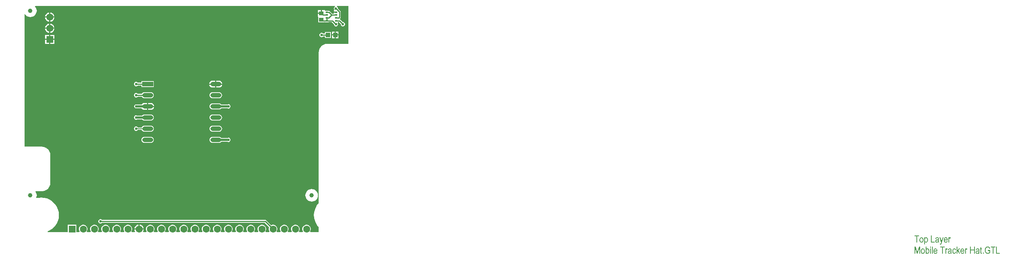
<source format=gtl>
G04*
G04 #@! TF.GenerationSoftware,Altium Limited,Altium Designer,21.5.0 (25)*
G04*
G04 Layer_Physical_Order=1*
G04 Layer_Color=255*
%FSLAX25Y25*%
%MOIN*%
G70*
G04*
G04 #@! TF.SameCoordinates,B52814C9-DCD9-4C92-8852-15DF41944D51*
G04*
G04*
G04 #@! TF.FilePolarity,Positive*
G04*
G01*
G75*
%ADD12C,0.01000*%
%ADD17R,0.04134X0.03740*%
%ADD18R,0.03937X0.03937*%
%ADD19R,0.01968X0.01378*%
%ADD20O,0.09843X0.03937*%
%ADD21R,0.09843X0.03937*%
%ADD33C,0.03937*%
%ADD34C,0.00700*%
%ADD35C,0.02000*%
%ADD36R,0.06299X0.06299*%
%ADD37C,0.06299*%
%ADD38R,0.06299X0.06299*%
%ADD39C,0.02362*%
%ADD40C,0.03150*%
G36*
X292727Y171588D02*
X292373Y171234D01*
X273819Y171235D01*
X273757Y171222D01*
X273694Y171231D01*
X273192Y171207D01*
X273009Y171161D01*
X272820Y171161D01*
X271836Y170965D01*
X271604Y170869D01*
X271357Y170820D01*
X270430Y170436D01*
X270222Y170297D01*
X269990Y170200D01*
X269156Y169643D01*
X268978Y169465D01*
X268769Y169326D01*
X268060Y168616D01*
X267920Y168408D01*
X267743Y168230D01*
X267186Y167396D01*
X267090Y167164D01*
X266950Y166955D01*
X266566Y166028D01*
X266517Y165782D01*
X266421Y165550D01*
X266225Y164566D01*
X266225Y164377D01*
X266179Y164193D01*
X266155Y163692D01*
X266164Y163629D01*
X266152Y163567D01*
Y36267D01*
X266063D01*
Y28370D01*
X264850Y26950D01*
X263562Y24848D01*
X262619Y22571D01*
X262043Y20174D01*
X261850Y17717D01*
X262043Y15259D01*
X262619Y12862D01*
X263562Y10585D01*
X264850Y8483D01*
X266063Y7063D01*
Y2549D01*
X258815D01*
X258526Y3049D01*
X258863Y3632D01*
X259125Y4611D01*
Y5625D01*
X258863Y6604D01*
X258356Y7482D01*
X257639Y8199D01*
X256762Y8705D01*
X255782Y8968D01*
X254769D01*
X253790Y8705D01*
X252912Y8199D01*
X252195Y7482D01*
X251688Y6604D01*
X251426Y5625D01*
Y4611D01*
X251688Y3632D01*
X252025Y3049D01*
X251736Y2549D01*
X248815D01*
X248526Y3049D01*
X248863Y3632D01*
X249125Y4611D01*
Y5625D01*
X248863Y6604D01*
X248356Y7482D01*
X247639Y8199D01*
X246761Y8705D01*
X245782Y8968D01*
X244769D01*
X243790Y8705D01*
X242912Y8199D01*
X242195Y7482D01*
X241688Y6604D01*
X241426Y5625D01*
Y4611D01*
X241688Y3632D01*
X242025Y3049D01*
X241736Y2549D01*
X238815D01*
X238526Y3049D01*
X238863Y3632D01*
X239125Y4611D01*
Y5625D01*
X238863Y6604D01*
X238356Y7482D01*
X237639Y8199D01*
X236761Y8705D01*
X235782Y8968D01*
X234769D01*
X233790Y8705D01*
X232912Y8199D01*
X232195Y7482D01*
X231688Y6604D01*
X231426Y5625D01*
Y4611D01*
X231688Y3632D01*
X232025Y3049D01*
X231736Y2549D01*
X228815D01*
X228526Y3049D01*
X228863Y3632D01*
X229125Y4611D01*
Y5625D01*
X228863Y6604D01*
X228356Y7482D01*
X227639Y8199D01*
X226762Y8705D01*
X225782Y8968D01*
X224769D01*
X223790Y8705D01*
X223554Y8569D01*
X219119Y13005D01*
X218723Y13270D01*
X218254Y13363D01*
X72052D01*
X71681Y13734D01*
X70989Y14021D01*
X70241D01*
X69550Y13734D01*
X69020Y13205D01*
X68734Y12514D01*
Y11765D01*
X69020Y11074D01*
X69550Y10545D01*
X70241Y10258D01*
X70989D01*
X71681Y10545D01*
X72052Y10916D01*
X217747D01*
X221824Y6839D01*
X221688Y6604D01*
X221426Y5625D01*
Y4611D01*
X221688Y3632D01*
X222025Y3049D01*
X221736Y2549D01*
X218815D01*
X218526Y3049D01*
X218863Y3632D01*
X219125Y4611D01*
Y5625D01*
X218863Y6604D01*
X218356Y7482D01*
X217639Y8199D01*
X216761Y8705D01*
X215782Y8968D01*
X214769D01*
X213790Y8705D01*
X212912Y8199D01*
X212195Y7482D01*
X211688Y6604D01*
X211426Y5625D01*
Y4611D01*
X211688Y3632D01*
X212025Y3049D01*
X211736Y2549D01*
X208815D01*
X208526Y3049D01*
X208863Y3632D01*
X209125Y4611D01*
Y5625D01*
X208863Y6604D01*
X208356Y7482D01*
X207639Y8199D01*
X206762Y8705D01*
X205782Y8968D01*
X204769D01*
X203790Y8705D01*
X202912Y8199D01*
X202195Y7482D01*
X201688Y6604D01*
X201426Y5625D01*
Y4611D01*
X201688Y3632D01*
X202025Y3049D01*
X201736Y2549D01*
X198815D01*
X198526Y3049D01*
X198863Y3632D01*
X199125Y4611D01*
Y5625D01*
X198863Y6604D01*
X198356Y7482D01*
X197639Y8199D01*
X196762Y8705D01*
X195782Y8968D01*
X194769D01*
X193790Y8705D01*
X192912Y8199D01*
X192195Y7482D01*
X191688Y6604D01*
X191426Y5625D01*
Y4611D01*
X191688Y3632D01*
X192025Y3049D01*
X191736Y2549D01*
X188815D01*
X188526Y3049D01*
X188863Y3632D01*
X189125Y4611D01*
Y5625D01*
X188863Y6604D01*
X188356Y7482D01*
X187639Y8199D01*
X186761Y8705D01*
X185782Y8968D01*
X184769D01*
X183790Y8705D01*
X182912Y8199D01*
X182195Y7482D01*
X181688Y6604D01*
X181426Y5625D01*
Y4611D01*
X181688Y3632D01*
X182025Y3049D01*
X181736Y2549D01*
X178815D01*
X178526Y3049D01*
X178863Y3632D01*
X179125Y4611D01*
Y5625D01*
X178863Y6604D01*
X178356Y7482D01*
X177639Y8199D01*
X176761Y8705D01*
X175782Y8968D01*
X174769D01*
X173790Y8705D01*
X172912Y8199D01*
X172195Y7482D01*
X171688Y6604D01*
X171426Y5625D01*
Y4611D01*
X171688Y3632D01*
X172025Y3049D01*
X171736Y2549D01*
X168815D01*
X168526Y3049D01*
X168863Y3632D01*
X169125Y4611D01*
Y5625D01*
X168863Y6604D01*
X168356Y7482D01*
X167639Y8199D01*
X166762Y8705D01*
X165782Y8968D01*
X164769D01*
X163790Y8705D01*
X162912Y8199D01*
X162195Y7482D01*
X161688Y6604D01*
X161426Y5625D01*
Y4611D01*
X161688Y3632D01*
X162025Y3049D01*
X161736Y2549D01*
X158815D01*
X158526Y3049D01*
X158863Y3632D01*
X159125Y4611D01*
Y5625D01*
X158863Y6604D01*
X158356Y7482D01*
X157639Y8199D01*
X156762Y8705D01*
X155782Y8968D01*
X154769D01*
X153790Y8705D01*
X152912Y8199D01*
X152195Y7482D01*
X151688Y6604D01*
X151426Y5625D01*
Y4611D01*
X151688Y3632D01*
X152025Y3049D01*
X151736Y2549D01*
X148815D01*
X148526Y3049D01*
X148863Y3632D01*
X149125Y4611D01*
Y5625D01*
X148863Y6604D01*
X148356Y7482D01*
X147639Y8199D01*
X146762Y8705D01*
X145782Y8968D01*
X144769D01*
X143790Y8705D01*
X142912Y8199D01*
X142195Y7482D01*
X141688Y6604D01*
X141426Y5625D01*
Y4611D01*
X141688Y3632D01*
X142025Y3049D01*
X141736Y2549D01*
X138815D01*
X138526Y3049D01*
X138863Y3632D01*
X139125Y4611D01*
Y5625D01*
X138863Y6604D01*
X138356Y7482D01*
X137639Y8199D01*
X136761Y8705D01*
X135782Y8968D01*
X134769D01*
X133790Y8705D01*
X132912Y8199D01*
X132195Y7482D01*
X131688Y6604D01*
X131426Y5625D01*
Y4611D01*
X131688Y3632D01*
X132025Y3049D01*
X131736Y2549D01*
X128815D01*
X128526Y3049D01*
X128863Y3632D01*
X129125Y4611D01*
Y5625D01*
X128863Y6604D01*
X128356Y7482D01*
X127639Y8199D01*
X126761Y8705D01*
X125782Y8968D01*
X124769D01*
X123790Y8705D01*
X122912Y8199D01*
X122195Y7482D01*
X121688Y6604D01*
X121426Y5625D01*
Y4611D01*
X121688Y3632D01*
X122025Y3049D01*
X121736Y2549D01*
X118815D01*
X118526Y3049D01*
X118863Y3632D01*
X119125Y4611D01*
Y5625D01*
X118863Y6604D01*
X118356Y7482D01*
X117639Y8199D01*
X116762Y8705D01*
X115782Y8968D01*
X114769D01*
X113790Y8705D01*
X112912Y8199D01*
X112195Y7482D01*
X111688Y6604D01*
X111426Y5625D01*
Y4611D01*
X111688Y3632D01*
X112025Y3049D01*
X111736Y2549D01*
X109161D01*
X108872Y3049D01*
X109142Y3516D01*
X109425Y4572D01*
Y4618D01*
X101126D01*
Y4572D01*
X101409Y3516D01*
X101679Y3049D01*
X101390Y2549D01*
X98815D01*
X98526Y3049D01*
X98863Y3632D01*
X99125Y4611D01*
Y5625D01*
X98863Y6604D01*
X98356Y7482D01*
X97639Y8199D01*
X96762Y8705D01*
X95782Y8968D01*
X94769D01*
X93790Y8705D01*
X92912Y8199D01*
X92195Y7482D01*
X91688Y6604D01*
X91426Y5625D01*
Y4611D01*
X91688Y3632D01*
X92025Y3049D01*
X91736Y2549D01*
X88815D01*
X88526Y3049D01*
X88863Y3632D01*
X89125Y4611D01*
Y5625D01*
X88863Y6604D01*
X88356Y7482D01*
X87639Y8199D01*
X86761Y8705D01*
X85782Y8968D01*
X84769D01*
X83790Y8705D01*
X82912Y8199D01*
X82195Y7482D01*
X81688Y6604D01*
X81426Y5625D01*
Y4611D01*
X81688Y3632D01*
X82025Y3049D01*
X81736Y2549D01*
X78815D01*
X78526Y3049D01*
X78863Y3632D01*
X79125Y4611D01*
Y5625D01*
X78863Y6604D01*
X78356Y7482D01*
X77639Y8199D01*
X76762Y8705D01*
X75782Y8968D01*
X74769D01*
X73790Y8705D01*
X72912Y8199D01*
X72195Y7482D01*
X71688Y6604D01*
X71426Y5625D01*
Y4611D01*
X71688Y3632D01*
X72025Y3049D01*
X71736Y2549D01*
X68815D01*
X68526Y3049D01*
X68863Y3632D01*
X69125Y4611D01*
Y5625D01*
X68863Y6604D01*
X68356Y7482D01*
X67639Y8199D01*
X66761Y8705D01*
X65782Y8968D01*
X64769D01*
X63790Y8705D01*
X62912Y8199D01*
X62195Y7482D01*
X61688Y6604D01*
X61426Y5625D01*
Y4611D01*
X61688Y3632D01*
X62025Y3049D01*
X61736Y2549D01*
X58815D01*
X58526Y3049D01*
X58863Y3632D01*
X59125Y4611D01*
Y5625D01*
X58863Y6604D01*
X58356Y7482D01*
X57639Y8199D01*
X56761Y8705D01*
X55782Y8968D01*
X54769D01*
X53790Y8705D01*
X52912Y8199D01*
X52195Y7482D01*
X51688Y6604D01*
X51426Y5625D01*
Y4611D01*
X51688Y3632D01*
X52025Y3049D01*
X51736Y2549D01*
X49125D01*
Y8968D01*
X41426D01*
Y2549D01*
X23328D01*
X23229Y3049D01*
X24848Y3720D01*
X26950Y5008D01*
X28824Y6609D01*
X30425Y8483D01*
X31713Y10585D01*
X32657Y12862D01*
X33232Y15259D01*
X33426Y17717D01*
X33232Y20174D01*
X32657Y22571D01*
X31713Y24848D01*
X30425Y26950D01*
X28824Y28824D01*
X26950Y30425D01*
X24848Y31713D01*
X22571Y32657D01*
X20174Y33232D01*
X17717Y33426D01*
X15259Y33232D01*
X14701Y33098D01*
X13441D01*
X13163Y33514D01*
X13351Y33966D01*
X13544Y35433D01*
X13351Y36900D01*
X12784Y38268D01*
X12453Y38700D01*
X12674Y39148D01*
X18189D01*
X18251Y39160D01*
X18314Y39151D01*
X18815Y39176D01*
X18999Y39222D01*
X19188Y39222D01*
X20172Y39417D01*
X20404Y39513D01*
X20650Y39562D01*
X21577Y39946D01*
X21786Y40086D01*
X22018Y40182D01*
X22852Y40739D01*
X23030Y40917D01*
X23238Y41056D01*
X23948Y41766D01*
X24087Y41974D01*
X24265Y42152D01*
X24823Y42986D01*
X24919Y43218D01*
X25058Y43427D01*
X25442Y44354D01*
X25491Y44600D01*
X25587Y44832D01*
X25783Y45816D01*
X25783Y46005D01*
X25829Y46188D01*
X25854Y46690D01*
X25844Y46753D01*
X25857Y46815D01*
X25856Y71307D01*
X25844Y71369D01*
X25853Y71432D01*
X25828Y71934D01*
X25782Y72117D01*
Y72306D01*
X25587Y73290D01*
X25491Y73522D01*
X25442Y73768D01*
X25058Y74695D01*
X24918Y74904D01*
X24822Y75136D01*
X24265Y75970D01*
X24087Y76148D01*
X23948Y76356D01*
X23238Y77066D01*
X23030Y77205D01*
X22852Y77383D01*
X22018Y77940D01*
X21786Y78036D01*
X21577Y78176D01*
X20650Y78560D01*
X20404Y78609D01*
X20172Y78705D01*
X19188Y78900D01*
X18999D01*
X18816Y78946D01*
X18314Y78971D01*
X18251Y78962D01*
X18189Y78974D01*
X2549D01*
X2549Y197716D01*
X3049Y197842D01*
X3865Y196778D01*
X5039Y195877D01*
X6407Y195311D01*
X7874Y195118D01*
X9341Y195311D01*
X10709Y195877D01*
X11883Y196778D01*
X12784Y197952D01*
X13351Y199320D01*
X13544Y200787D01*
X13351Y202255D01*
X12784Y203622D01*
X12111Y204500D01*
X12357Y205000D01*
X280735D01*
X280835Y204500D01*
X280474Y204351D01*
X279945Y203821D01*
X279659Y203130D01*
Y202382D01*
X279945Y201690D01*
X279964Y201672D01*
X279773Y201210D01*
X279610D01*
Y200021D01*
X281594D01*
Y199021D01*
X279610D01*
Y198185D01*
X278312D01*
X276112Y200386D01*
X275715Y200651D01*
X275247Y200744D01*
X275207D01*
Y200910D01*
X271839D01*
X271600Y201311D01*
Y201463D01*
X269033D01*
Y198592D01*
X268533D01*
Y198092D01*
X265466D01*
Y195722D01*
X265466D01*
X265766Y195454D01*
Y190314D01*
X271300D01*
Y190620D01*
X271839D01*
Y190455D01*
X275207D01*
Y190620D01*
X277717D01*
X279724Y188613D01*
Y188387D01*
X280010Y187695D01*
X280539Y187166D01*
X281230Y186880D01*
X281979D01*
X282670Y187166D01*
X283199Y187695D01*
X283486Y188387D01*
Y189135D01*
X283199Y189826D01*
X283071Y189955D01*
X283278Y190455D01*
X283278D01*
Y190620D01*
X284180D01*
X285898Y188903D01*
Y188378D01*
X286184Y187686D01*
X286713Y187157D01*
X287405Y186871D01*
X288153D01*
X288844Y187157D01*
X289373Y187686D01*
X289660Y188378D01*
Y189126D01*
X289373Y189818D01*
X288844Y190347D01*
X288153Y190633D01*
X287628D01*
X285552Y192709D01*
X285155Y192974D01*
X285009Y193003D01*
X284903Y193534D01*
X284909Y193537D01*
X285494Y194123D01*
X285759Y194520D01*
X285853Y194988D01*
Y199856D01*
X285759Y200324D01*
X285494Y200721D01*
X283421Y202794D01*
Y203130D01*
X283135Y203821D01*
X282606Y204351D01*
X282245Y204500D01*
X282344Y205000D01*
X292727D01*
X292727Y171588D01*
D02*
G37*
G36*
X810149Y-2239D02*
X810186Y-2244D01*
X810233Y-2248D01*
X810283Y-2258D01*
X810339Y-2267D01*
X810464Y-2299D01*
X810528Y-2318D01*
X810598Y-2346D01*
X810667Y-2378D01*
X810736Y-2410D01*
X810801Y-2452D01*
X810870Y-2498D01*
X810875Y-2503D01*
X810884Y-2512D01*
X810907Y-2526D01*
X810930Y-2549D01*
X810962Y-2577D01*
X810995Y-2609D01*
X811036Y-2651D01*
X811078Y-2697D01*
X811124Y-2747D01*
X811170Y-2808D01*
X811217Y-2872D01*
X811267Y-2946D01*
X811314Y-3025D01*
X811360Y-3108D01*
X811406Y-3200D01*
X811448Y-3297D01*
X811452Y-3302D01*
X811457Y-3320D01*
X811466Y-3353D01*
X811480Y-3394D01*
X811498Y-3445D01*
X811517Y-3505D01*
X811535Y-3579D01*
X811558Y-3658D01*
X811577Y-3750D01*
X811595Y-3847D01*
X811614Y-3953D01*
X811632Y-4069D01*
X811646Y-4189D01*
X811656Y-4314D01*
X811665Y-4448D01*
Y-4586D01*
Y-4591D01*
Y-4600D01*
Y-4614D01*
Y-4637D01*
Y-4665D01*
X811660Y-4697D01*
Y-4734D01*
X811656Y-4780D01*
X811651Y-4877D01*
X811637Y-4988D01*
X811623Y-5113D01*
X811605Y-5247D01*
X811577Y-5390D01*
X811545Y-5538D01*
X811508Y-5686D01*
X811457Y-5838D01*
X811401Y-5986D01*
X811337Y-6125D01*
X811263Y-6259D01*
X811175Y-6383D01*
X811170Y-6388D01*
X811152Y-6411D01*
X811124Y-6443D01*
X811087Y-6481D01*
X811041Y-6531D01*
X810986Y-6582D01*
X810921Y-6638D01*
X810847Y-6698D01*
X810768Y-6758D01*
X810681Y-6813D01*
X810584Y-6864D01*
X810487Y-6915D01*
X810380Y-6952D01*
X810265Y-6984D01*
X810149Y-7002D01*
X810029Y-7012D01*
X810001D01*
X809978Y-7007D01*
X809955D01*
X809923Y-7002D01*
X809849Y-6993D01*
X809766Y-6975D01*
X809674Y-6947D01*
X809577Y-6915D01*
X809479Y-6864D01*
X809475D01*
X809470Y-6855D01*
X809456Y-6850D01*
X809438Y-6836D01*
X809392Y-6799D01*
X809332Y-6753D01*
X809262Y-6693D01*
X809193Y-6619D01*
X809119Y-6536D01*
X809045Y-6439D01*
Y-8657D01*
X808412D01*
Y-2336D01*
X808999D01*
Y-2932D01*
X809004Y-2928D01*
X809008Y-2914D01*
X809022Y-2895D01*
X809036Y-2872D01*
X809054Y-2840D01*
X809082Y-2808D01*
X809138Y-2729D01*
X809207Y-2641D01*
X809285Y-2554D01*
X809378Y-2470D01*
X809424Y-2433D01*
X809470Y-2401D01*
X809475D01*
X809484Y-2392D01*
X809498Y-2387D01*
X809516Y-2373D01*
X809544Y-2364D01*
X809572Y-2350D01*
X809646Y-2318D01*
X809733Y-2286D01*
X809835Y-2262D01*
X809951Y-2244D01*
X810075Y-2235D01*
X810117D01*
X810149Y-2239D01*
D02*
G37*
G36*
X831558Y-2239D02*
X831586Y-2244D01*
X831623Y-2248D01*
X831660Y-2253D01*
X831706Y-2267D01*
X831803Y-2295D01*
X831914Y-2341D01*
X831970Y-2369D01*
X832030Y-2401D01*
X832094Y-2438D01*
X832154Y-2484D01*
X831937Y-3205D01*
X831933D01*
X831928Y-3196D01*
X831914Y-3191D01*
X831896Y-3177D01*
X831849Y-3149D01*
X831789Y-3117D01*
X831720Y-3089D01*
X831642Y-3062D01*
X831558Y-3043D01*
X831475Y-3034D01*
X831443D01*
X831401Y-3043D01*
X831351Y-3052D01*
X831295Y-3071D01*
X831230Y-3094D01*
X831166Y-3131D01*
X831101Y-3177D01*
X831092Y-3182D01*
X831073Y-3205D01*
X831046Y-3237D01*
X831009Y-3279D01*
X830972Y-3339D01*
X830935Y-3404D01*
X830898Y-3482D01*
X830870Y-3574D01*
Y-3579D01*
X830865Y-3593D01*
X830861Y-3621D01*
X830852Y-3653D01*
X830842Y-3695D01*
X830833Y-3741D01*
X830819Y-3796D01*
X830810Y-3856D01*
X830801Y-3926D01*
X830787Y-3999D01*
X830778Y-4078D01*
X830768Y-4161D01*
X830754Y-4332D01*
X830750Y-4517D01*
Y-6905D01*
X830117D01*
Y-2336D01*
X830690D01*
Y-3034D01*
X830694Y-3029D01*
X830699Y-3011D01*
X830713Y-2988D01*
X830727Y-2955D01*
X830745Y-2918D01*
X830768Y-2872D01*
X830819Y-2771D01*
X830884Y-2664D01*
X830949Y-2558D01*
X830986Y-2507D01*
X831018Y-2466D01*
X831055Y-2424D01*
X831087Y-2392D01*
X831096Y-2387D01*
X831120Y-2369D01*
X831157Y-2341D01*
X831207Y-2313D01*
X831272Y-2286D01*
X831341Y-2258D01*
X831420Y-2239D01*
X831503Y-2235D01*
X831535D01*
X831558Y-2239D01*
D02*
G37*
G36*
X824134Y-6979D02*
Y-6984D01*
X824129Y-6989D01*
X824125Y-7002D01*
X824120Y-7021D01*
X824106Y-7063D01*
X824088Y-7127D01*
X824065Y-7197D01*
X824037Y-7280D01*
X824005Y-7372D01*
X823972Y-7469D01*
X823903Y-7672D01*
X823866Y-7774D01*
X823829Y-7871D01*
X823792Y-7964D01*
X823755Y-8047D01*
X823723Y-8121D01*
X823691Y-8185D01*
Y-8190D01*
X823681Y-8199D01*
X823677Y-8213D01*
X823663Y-8236D01*
X823631Y-8287D01*
X823584Y-8356D01*
X823529Y-8426D01*
X823469Y-8499D01*
X823400Y-8569D01*
X823326Y-8624D01*
X823316Y-8629D01*
X823289Y-8643D01*
X823247Y-8666D01*
X823192Y-8689D01*
X823122Y-8716D01*
X823044Y-8735D01*
X822956Y-8754D01*
X822864Y-8758D01*
X822831D01*
X822794Y-8754D01*
X822744Y-8744D01*
X822683Y-8735D01*
X822614Y-8721D01*
X822540Y-8698D01*
X822457Y-8666D01*
X822388Y-7936D01*
X822392D01*
X822397Y-7940D01*
X822425Y-7945D01*
X822462Y-7959D01*
X822513Y-7968D01*
X822568Y-7982D01*
X822628Y-7996D01*
X822688Y-8000D01*
X822744Y-8005D01*
X822776D01*
X822813Y-8000D01*
X822864Y-7996D01*
X822914Y-7987D01*
X822970Y-7968D01*
X823025Y-7950D01*
X823076Y-7922D01*
X823081Y-7917D01*
X823099Y-7908D01*
X823122Y-7885D01*
X823155Y-7857D01*
X823187Y-7825D01*
X823224Y-7779D01*
X823261Y-7728D01*
X823293Y-7668D01*
Y-7663D01*
X823298Y-7659D01*
X823302Y-7649D01*
X823307Y-7631D01*
X823316Y-7612D01*
X823326Y-7585D01*
X823335Y-7548D01*
X823353Y-7506D01*
X823367Y-7455D01*
X823390Y-7391D01*
X823413Y-7317D01*
X823441Y-7233D01*
X823469Y-7136D01*
X823506Y-7026D01*
X823543Y-6901D01*
X822124Y-2336D01*
X822808D01*
X823589Y-4974D01*
Y-4979D01*
X823594Y-4997D01*
X823603Y-5025D01*
X823612Y-5062D01*
X823626Y-5108D01*
X823644Y-5159D01*
X823658Y-5224D01*
X823677Y-5293D01*
X823700Y-5367D01*
X823718Y-5450D01*
X823741Y-5538D01*
X823765Y-5630D01*
X823815Y-5824D01*
X823862Y-6032D01*
Y-6028D01*
X823866Y-6009D01*
X823871Y-5982D01*
X823880Y-5940D01*
X823889Y-5894D01*
X823903Y-5838D01*
X823917Y-5774D01*
X823935Y-5704D01*
X823949Y-5626D01*
X823972Y-5543D01*
X824014Y-5372D01*
X824060Y-5182D01*
X824116Y-4993D01*
X824920Y-2336D01*
X825557D01*
X824134Y-6979D01*
D02*
G37*
G36*
X820147Y-2239D02*
X820198D01*
X820253Y-2244D01*
X820318Y-2253D01*
X820387Y-2262D01*
X820535Y-2290D01*
X820688Y-2327D01*
X820840Y-2382D01*
X820909Y-2420D01*
X820974Y-2456D01*
X820979Y-2461D01*
X820988Y-2466D01*
X821006Y-2480D01*
X821029Y-2498D01*
X821085Y-2544D01*
X821154Y-2609D01*
X821228Y-2688D01*
X821297Y-2780D01*
X821358Y-2886D01*
X821381Y-2946D01*
X821399Y-3006D01*
Y-3011D01*
X821404Y-3020D01*
X821408Y-3039D01*
X821413Y-3066D01*
X821422Y-3103D01*
X821427Y-3145D01*
X821436Y-3191D01*
X821445Y-3246D01*
X821455Y-3311D01*
X821464Y-3385D01*
X821468Y-3464D01*
X821478Y-3547D01*
X821482Y-3639D01*
X821487Y-3741D01*
X821491Y-3847D01*
Y-3963D01*
Y-4993D01*
Y-4997D01*
Y-5007D01*
Y-5021D01*
Y-5039D01*
Y-5067D01*
Y-5094D01*
Y-5168D01*
Y-5252D01*
Y-5353D01*
X821496Y-5459D01*
Y-5570D01*
X821501Y-5806D01*
X821505Y-5917D01*
Y-6028D01*
X821510Y-6129D01*
X821515Y-6222D01*
X821524Y-6300D01*
Y-6333D01*
X821528Y-6360D01*
Y-6365D01*
Y-6374D01*
X821533Y-6388D01*
X821538Y-6407D01*
X821542Y-6434D01*
X821547Y-6462D01*
X821565Y-6536D01*
X821589Y-6619D01*
X821616Y-6707D01*
X821653Y-6808D01*
X821695Y-6905D01*
X821034D01*
Y-6901D01*
X821029Y-6896D01*
X821025Y-6882D01*
X821016Y-6864D01*
X821011Y-6841D01*
X820997Y-6813D01*
X820979Y-6748D01*
X820955Y-6665D01*
X820932Y-6573D01*
X820914Y-6467D01*
X820900Y-6346D01*
X820895Y-6351D01*
X820886Y-6360D01*
X820868Y-6379D01*
X820845Y-6402D01*
X820817Y-6430D01*
X820780Y-6462D01*
X820743Y-6494D01*
X820697Y-6531D01*
X820600Y-6614D01*
X820484Y-6698D01*
X820364Y-6776D01*
X820235Y-6845D01*
X820230D01*
X820221Y-6855D01*
X820203Y-6859D01*
X820175Y-6873D01*
X820142Y-6882D01*
X820105Y-6896D01*
X820064Y-6915D01*
X820018Y-6929D01*
X819907Y-6961D01*
X819787Y-6984D01*
X819657Y-7002D01*
X819519Y-7012D01*
X819491D01*
X819463Y-7007D01*
X819422D01*
X819371Y-7002D01*
X819315Y-6993D01*
X819251Y-6984D01*
X819181Y-6966D01*
X819108Y-6947D01*
X819034Y-6924D01*
X818955Y-6896D01*
X818876Y-6864D01*
X818803Y-6822D01*
X818724Y-6776D01*
X818655Y-6721D01*
X818585Y-6661D01*
X818581Y-6656D01*
X818572Y-6642D01*
X818553Y-6624D01*
X818530Y-6596D01*
X818507Y-6559D01*
X818475Y-6517D01*
X818447Y-6467D01*
X818414Y-6411D01*
X818382Y-6346D01*
X818350Y-6273D01*
X818318Y-6194D01*
X818294Y-6111D01*
X818271Y-6019D01*
X818253Y-5922D01*
X818244Y-5820D01*
X818239Y-5709D01*
Y-5704D01*
Y-5690D01*
Y-5672D01*
X818244Y-5640D01*
Y-5607D01*
X818248Y-5566D01*
X818253Y-5520D01*
X818257Y-5473D01*
X818281Y-5362D01*
X818308Y-5247D01*
X818345Y-5122D01*
X818401Y-5007D01*
Y-5002D01*
X818410Y-4993D01*
X818419Y-4979D01*
X818428Y-4956D01*
X818465Y-4900D01*
X818516Y-4831D01*
X818581Y-4757D01*
X818655Y-4679D01*
X818742Y-4600D01*
X818844Y-4531D01*
X818849D01*
X818858Y-4522D01*
X818876Y-4512D01*
X818900Y-4503D01*
X818927Y-4489D01*
X818964Y-4471D01*
X819011Y-4452D01*
X819061Y-4434D01*
X819117Y-4411D01*
X819181Y-4392D01*
X819251Y-4369D01*
X819329Y-4346D01*
X819412Y-4328D01*
X819505Y-4309D01*
X819602Y-4291D01*
X819708Y-4272D01*
X819717D01*
X819740Y-4267D01*
X819782Y-4263D01*
X819837Y-4254D01*
X819897Y-4240D01*
X819971Y-4231D01*
X820055Y-4212D01*
X820142Y-4198D01*
X820327Y-4157D01*
X820517Y-4110D01*
X820609Y-4087D01*
X820697Y-4060D01*
X820775Y-4032D01*
X820849Y-4004D01*
X820854Y-3810D01*
Y-3805D01*
Y-3792D01*
Y-3764D01*
X820849Y-3732D01*
Y-3695D01*
X820845Y-3653D01*
X820831Y-3551D01*
X820812Y-3441D01*
X820780Y-3334D01*
X820738Y-3233D01*
X820715Y-3186D01*
X820683Y-3149D01*
X820678Y-3145D01*
X820674Y-3136D01*
X820660Y-3122D01*
X820637Y-3108D01*
X820614Y-3085D01*
X820581Y-3062D01*
X820544Y-3039D01*
X820503Y-3011D01*
X820457Y-2983D01*
X820401Y-2960D01*
X820341Y-2937D01*
X820276Y-2914D01*
X820203Y-2900D01*
X820129Y-2886D01*
X820041Y-2877D01*
X819953Y-2872D01*
X819911D01*
X819879Y-2877D01*
X819842D01*
X819800Y-2881D01*
X819703Y-2895D01*
X819597Y-2918D01*
X819486Y-2951D01*
X819380Y-2997D01*
X819334Y-3025D01*
X819288Y-3057D01*
X819283D01*
X819279Y-3066D01*
X819269Y-3076D01*
X819251Y-3094D01*
X819232Y-3117D01*
X819214Y-3140D01*
X819191Y-3173D01*
X819168Y-3214D01*
X819140Y-3256D01*
X819117Y-3306D01*
X819089Y-3362D01*
X819061Y-3427D01*
X819038Y-3496D01*
X819011Y-3570D01*
X818987Y-3653D01*
X818969Y-3745D01*
X818345Y-3644D01*
Y-3635D01*
X818350Y-3611D01*
X818359Y-3574D01*
X818373Y-3524D01*
X818387Y-3464D01*
X818410Y-3394D01*
X818433Y-3316D01*
X818461Y-3233D01*
X818493Y-3149D01*
X818535Y-3057D01*
X818576Y-2969D01*
X818627Y-2881D01*
X818682Y-2794D01*
X818742Y-2715D01*
X818807Y-2641D01*
X818881Y-2572D01*
X818886Y-2567D01*
X818900Y-2558D01*
X818923Y-2540D01*
X818960Y-2521D01*
X819001Y-2493D01*
X819052Y-2466D01*
X819112Y-2433D01*
X819181Y-2401D01*
X819260Y-2373D01*
X819348Y-2341D01*
X819445Y-2313D01*
X819546Y-2286D01*
X819662Y-2267D01*
X819782Y-2248D01*
X819911Y-2239D01*
X820050Y-2235D01*
X820105D01*
X820147Y-2239D01*
D02*
G37*
G36*
X815171Y-6162D02*
X817721D01*
Y-6905D01*
X814487D01*
Y-595D01*
X815171D01*
Y-6162D01*
D02*
G37*
G36*
X803788Y-1338D02*
X802074D01*
Y-6905D01*
X801390D01*
Y-1338D01*
X799685D01*
Y-595D01*
X803788D01*
Y-1338D01*
D02*
G37*
G36*
X827701Y-2239D02*
X827752Y-2244D01*
X827816Y-2253D01*
X827886Y-2267D01*
X827969Y-2286D01*
X828057Y-2313D01*
X828149Y-2346D01*
X828246Y-2382D01*
X828347Y-2433D01*
X828449Y-2493D01*
X828551Y-2563D01*
X828652Y-2646D01*
X828749Y-2743D01*
X828842Y-2849D01*
X828846Y-2858D01*
X828865Y-2877D01*
X828888Y-2914D01*
X828916Y-2965D01*
X828953Y-3025D01*
X828994Y-3103D01*
X829041Y-3196D01*
X829087Y-3297D01*
X829128Y-3417D01*
X829175Y-3547D01*
X829216Y-3695D01*
X829253Y-3852D01*
X829281Y-4023D01*
X829309Y-4207D01*
X829322Y-4406D01*
X829327Y-4619D01*
Y-4822D01*
X826532Y-4822D01*
Y-4831D01*
X826536Y-4854D01*
Y-4896D01*
X826541Y-4947D01*
X826550Y-5011D01*
X826560Y-5085D01*
X826573Y-5168D01*
X826592Y-5256D01*
X826633Y-5446D01*
X826661Y-5543D01*
X826694Y-5640D01*
X826735Y-5732D01*
X826777Y-5824D01*
X826828Y-5908D01*
X826883Y-5986D01*
X826888Y-5991D01*
X826897Y-6005D01*
X826915Y-6023D01*
X826938Y-6046D01*
X826971Y-6074D01*
X827008Y-6111D01*
X827049Y-6143D01*
X827100Y-6180D01*
X827156Y-6217D01*
X827211Y-6250D01*
X827276Y-6282D01*
X827345Y-6314D01*
X827419Y-6337D01*
X827493Y-6356D01*
X827576Y-6370D01*
X827659Y-6374D01*
X827691D01*
X827728Y-6370D01*
X827775Y-6360D01*
X827835Y-6346D01*
X827899Y-6323D01*
X827973Y-6296D01*
X828052Y-6259D01*
X828130Y-6208D01*
X828214Y-6143D01*
X828297Y-6069D01*
X828380Y-5977D01*
X828458Y-5871D01*
X828495Y-5811D01*
X828528Y-5746D01*
X828565Y-5677D01*
X828597Y-5603D01*
X828625Y-5520D01*
X828652Y-5436D01*
X829309Y-5533D01*
Y-5543D01*
X829299Y-5566D01*
X829290Y-5603D01*
X829276Y-5654D01*
X829258Y-5714D01*
X829235Y-5787D01*
X829207Y-5861D01*
X829170Y-5949D01*
X829133Y-6037D01*
X829091Y-6125D01*
X829041Y-6217D01*
X828985Y-6310D01*
X828925Y-6402D01*
X828860Y-6485D01*
X828791Y-6568D01*
X828712Y-6642D01*
X828708Y-6647D01*
X828694Y-6656D01*
X828671Y-6674D01*
X828639Y-6698D01*
X828597Y-6730D01*
X828546Y-6758D01*
X828486Y-6795D01*
X828421Y-6827D01*
X828347Y-6859D01*
X828269Y-6896D01*
X828181Y-6924D01*
X828089Y-6952D01*
X827987Y-6979D01*
X827881Y-6998D01*
X827770Y-7007D01*
X827654Y-7012D01*
X827618D01*
X827576Y-7007D01*
X827520Y-7002D01*
X827456Y-6993D01*
X827377Y-6979D01*
X827289Y-6961D01*
X827197Y-6938D01*
X827096Y-6905D01*
X826989Y-6864D01*
X826883Y-6818D01*
X826777Y-6758D01*
X826670Y-6688D01*
X826564Y-6610D01*
X826463Y-6517D01*
X826365Y-6411D01*
X826361Y-6402D01*
X826342Y-6383D01*
X826319Y-6346D01*
X826287Y-6300D01*
X826250Y-6236D01*
X826208Y-6157D01*
X826167Y-6069D01*
X826121Y-5968D01*
X826075Y-5847D01*
X826033Y-5718D01*
X825991Y-5575D01*
X825954Y-5418D01*
X825922Y-5252D01*
X825899Y-5067D01*
X825880Y-4873D01*
X825876Y-4665D01*
Y-4660D01*
Y-4651D01*
Y-4637D01*
Y-4614D01*
Y-4586D01*
X825880Y-4549D01*
Y-4512D01*
X825885Y-4471D01*
X825890Y-4369D01*
X825904Y-4258D01*
X825917Y-4134D01*
X825936Y-3995D01*
X825964Y-3852D01*
X825996Y-3704D01*
X826038Y-3551D01*
X826084Y-3404D01*
X826139Y-3256D01*
X826208Y-3117D01*
X826282Y-2983D01*
X826370Y-2858D01*
X826375Y-2849D01*
X826393Y-2831D01*
X826421Y-2803D01*
X826458Y-2761D01*
X826509Y-2715D01*
X826569Y-2660D01*
X826638Y-2604D01*
X826717Y-2544D01*
X826800Y-2489D01*
X826897Y-2433D01*
X827003Y-2378D01*
X827114Y-2332D01*
X827234Y-2290D01*
X827359Y-2262D01*
X827493Y-2239D01*
X827631Y-2235D01*
X827664D01*
X827701Y-2239D01*
D02*
G37*
G36*
X805978D02*
X806028Y-2244D01*
X806093Y-2253D01*
X806167Y-2267D01*
X806250Y-2286D01*
X806343Y-2309D01*
X806439Y-2341D01*
X806536Y-2382D01*
X806643Y-2433D01*
X806749Y-2489D01*
X806855Y-2558D01*
X806957Y-2641D01*
X807059Y-2734D01*
X807156Y-2840D01*
X807160Y-2844D01*
X807179Y-2868D01*
X807202Y-2905D01*
X807234Y-2951D01*
X807271Y-3015D01*
X807317Y-3089D01*
X807359Y-3177D01*
X807410Y-3283D01*
X807456Y-3399D01*
X807502Y-3528D01*
X807544Y-3672D01*
X807581Y-3824D01*
X807613Y-3995D01*
X807636Y-4175D01*
X807654Y-4369D01*
X807659Y-4577D01*
Y-4582D01*
Y-4591D01*
Y-4609D01*
Y-4632D01*
Y-4660D01*
X807654Y-4693D01*
Y-4734D01*
X807650Y-4780D01*
X807645Y-4882D01*
X807631Y-4997D01*
X807618Y-5127D01*
X807599Y-5270D01*
X807571Y-5418D01*
X807539Y-5566D01*
X807498Y-5718D01*
X807447Y-5871D01*
X807391Y-6019D01*
X807327Y-6162D01*
X807248Y-6291D01*
X807160Y-6411D01*
X807156Y-6416D01*
X807137Y-6439D01*
X807109Y-6467D01*
X807072Y-6504D01*
X807022Y-6550D01*
X806962Y-6601D01*
X806897Y-6656D01*
X806818Y-6712D01*
X806730Y-6767D01*
X806638Y-6822D01*
X806532Y-6873D01*
X806421Y-6919D01*
X806301Y-6956D01*
X806176Y-6984D01*
X806042Y-7007D01*
X805904Y-7012D01*
X805871D01*
X805830Y-7007D01*
X805779Y-7002D01*
X805714Y-6993D01*
X805640Y-6979D01*
X805557Y-6961D01*
X805465Y-6938D01*
X805368Y-6905D01*
X805266Y-6864D01*
X805160Y-6818D01*
X805058Y-6758D01*
X804952Y-6688D01*
X804846Y-6610D01*
X804744Y-6517D01*
X804647Y-6411D01*
X804642Y-6402D01*
X804624Y-6383D01*
X804601Y-6346D01*
X804568Y-6296D01*
X804531Y-6236D01*
X804490Y-6157D01*
X804444Y-6065D01*
X804397Y-5958D01*
X804351Y-5843D01*
X804305Y-5709D01*
X804263Y-5561D01*
X804226Y-5399D01*
X804194Y-5229D01*
X804171Y-5039D01*
X804153Y-4840D01*
X804148Y-4623D01*
Y-4619D01*
Y-4609D01*
Y-4595D01*
Y-4572D01*
Y-4545D01*
X804153Y-4508D01*
Y-4471D01*
X804157Y-4429D01*
X804162Y-4332D01*
X804176Y-4217D01*
X804189Y-4092D01*
X804208Y-3958D01*
X804236Y-3815D01*
X804268Y-3667D01*
X804310Y-3519D01*
X804356Y-3371D01*
X804411Y-3228D01*
X804481Y-3089D01*
X804554Y-2960D01*
X804642Y-2840D01*
X804647Y-2831D01*
X804665Y-2812D01*
X804693Y-2785D01*
X804730Y-2743D01*
X804781Y-2701D01*
X804841Y-2651D01*
X804910Y-2595D01*
X804989Y-2535D01*
X805072Y-2480D01*
X805169Y-2424D01*
X805275Y-2373D01*
X805386Y-2327D01*
X805506Y-2290D01*
X805631Y-2262D01*
X805765Y-2239D01*
X805904Y-2235D01*
X805936D01*
X805978Y-2239D01*
D02*
G37*
G36*
X814312Y-11486D02*
X813679D01*
Y-10595D01*
X814312D01*
Y-11486D01*
D02*
G37*
G36*
X865312Y-10488D02*
X865358D01*
X865418Y-10493D01*
X865483Y-10502D01*
X865552Y-10511D01*
X865626Y-10521D01*
X865709Y-10535D01*
X865876Y-10571D01*
X866042Y-10627D01*
X866125Y-10659D01*
X866208Y-10696D01*
X866213Y-10701D01*
X866227Y-10706D01*
X866250Y-10719D01*
X866278Y-10733D01*
X866315Y-10756D01*
X866356Y-10784D01*
X866403Y-10816D01*
X866458Y-10849D01*
X866569Y-10937D01*
X866684Y-11038D01*
X866800Y-11158D01*
X866911Y-11297D01*
X866915Y-11301D01*
X866924Y-11315D01*
X866938Y-11338D01*
X866957Y-11366D01*
X866980Y-11408D01*
X867008Y-11454D01*
X867035Y-11509D01*
X867068Y-11574D01*
X867100Y-11643D01*
X867132Y-11722D01*
X867169Y-11810D01*
X867202Y-11907D01*
X867239Y-12008D01*
X867271Y-12115D01*
X867299Y-12230D01*
X867327Y-12355D01*
X866712Y-12563D01*
Y-12558D01*
X866707Y-12540D01*
X866698Y-12512D01*
X866689Y-12475D01*
X866680Y-12433D01*
X866661Y-12382D01*
X866647Y-12323D01*
X866624Y-12262D01*
X866583Y-12133D01*
X866527Y-12004D01*
X866467Y-11879D01*
X866435Y-11819D01*
X866398Y-11768D01*
Y-11763D01*
X866389Y-11754D01*
X866379Y-11740D01*
X866366Y-11727D01*
X866319Y-11676D01*
X866264Y-11616D01*
X866190Y-11551D01*
X866107Y-11482D01*
X866005Y-11412D01*
X865894Y-11352D01*
X865890D01*
X865880Y-11348D01*
X865862Y-11338D01*
X865839Y-11329D01*
X865811Y-11315D01*
X865774Y-11306D01*
X865737Y-11292D01*
X865691Y-11274D01*
X865589Y-11246D01*
X865469Y-11223D01*
X865340Y-11204D01*
X865201Y-11200D01*
X865146D01*
X865109Y-11204D01*
X865058Y-11209D01*
X865003Y-11214D01*
X864938Y-11223D01*
X864869Y-11232D01*
X864795Y-11251D01*
X864716Y-11269D01*
X864638Y-11288D01*
X864555Y-11315D01*
X864471Y-11348D01*
X864388Y-11385D01*
X864310Y-11426D01*
X864231Y-11477D01*
X864226Y-11482D01*
X864213Y-11491D01*
X864194Y-11505D01*
X864162Y-11528D01*
X864129Y-11556D01*
X864088Y-11592D01*
X864046Y-11634D01*
X863995Y-11685D01*
X863945Y-11740D01*
X863894Y-11805D01*
X863838Y-11874D01*
X863783Y-11948D01*
X863727Y-12036D01*
X863677Y-12124D01*
X863626Y-12221D01*
X863575Y-12327D01*
X863570Y-12332D01*
X863566Y-12355D01*
X863552Y-12387D01*
X863538Y-12429D01*
X863520Y-12484D01*
X863496Y-12553D01*
X863473Y-12632D01*
X863455Y-12720D01*
X863432Y-12817D01*
X863409Y-12923D01*
X863386Y-13039D01*
X863367Y-13163D01*
X863353Y-13293D01*
X863339Y-13436D01*
X863335Y-13579D01*
X863330Y-13732D01*
Y-13736D01*
Y-13745D01*
Y-13764D01*
Y-13787D01*
Y-13815D01*
X863335Y-13852D01*
Y-13893D01*
X863339Y-13939D01*
X863344Y-13990D01*
X863349Y-14046D01*
X863358Y-14166D01*
X863376Y-14300D01*
X863395Y-14443D01*
X863423Y-14595D01*
X863459Y-14753D01*
X863501Y-14910D01*
X863552Y-15067D01*
X863612Y-15219D01*
X863681Y-15367D01*
X863764Y-15506D01*
X863857Y-15630D01*
X863861Y-15635D01*
X863880Y-15658D01*
X863912Y-15690D01*
X863954Y-15727D01*
X864005Y-15778D01*
X864069Y-15829D01*
X864143Y-15885D01*
X864226Y-15945D01*
X864324Y-16005D01*
X864425Y-16060D01*
X864541Y-16111D01*
X864661Y-16162D01*
X864795Y-16199D01*
X864933Y-16231D01*
X865081Y-16250D01*
X865234Y-16259D01*
X865275D01*
X865303Y-16254D01*
X865340D01*
X865386Y-16250D01*
X865432Y-16245D01*
X865488Y-16236D01*
X865548Y-16226D01*
X865612Y-16213D01*
X865756Y-16180D01*
X865903Y-16134D01*
X866061Y-16069D01*
X866065Y-16065D01*
X866079Y-16060D01*
X866102Y-16051D01*
X866130Y-16032D01*
X866167Y-16014D01*
X866208Y-15995D01*
X866255Y-15968D01*
X866305Y-15940D01*
X866412Y-15871D01*
X866527Y-15792D01*
X866638Y-15704D01*
X866740Y-15607D01*
Y-14429D01*
X865220D01*
Y-13685D01*
X867410Y-13681D01*
Y-16028D01*
X867405Y-16032D01*
X867387Y-16051D01*
X867359Y-16074D01*
X867322Y-16106D01*
X867276Y-16148D01*
X867220Y-16194D01*
X867160Y-16250D01*
X867091Y-16305D01*
X867017Y-16360D01*
X866934Y-16425D01*
X866846Y-16485D01*
X866758Y-16545D01*
X866564Y-16665D01*
X866467Y-16716D01*
X866366Y-16767D01*
X866361Y-16771D01*
X866342Y-16776D01*
X866315Y-16790D01*
X866273Y-16804D01*
X866222Y-16822D01*
X866167Y-16845D01*
X866102Y-16869D01*
X866028Y-16887D01*
X865945Y-16910D01*
X865862Y-16933D01*
X865769Y-16956D01*
X865672Y-16975D01*
X865474Y-17003D01*
X865368Y-17007D01*
X865261Y-17012D01*
X865229D01*
X865187Y-17007D01*
X865132D01*
X865067Y-16998D01*
X864989Y-16993D01*
X864906Y-16979D01*
X864809Y-16966D01*
X864707Y-16942D01*
X864596Y-16919D01*
X864485Y-16887D01*
X864370Y-16850D01*
X864254Y-16808D01*
X864139Y-16758D01*
X864023Y-16698D01*
X863908Y-16633D01*
X863903Y-16628D01*
X863880Y-16614D01*
X863852Y-16591D01*
X863811Y-16564D01*
X863760Y-16522D01*
X863704Y-16476D01*
X863640Y-16416D01*
X863570Y-16351D01*
X863496Y-16277D01*
X863418Y-16199D01*
X863339Y-16106D01*
X863261Y-16009D01*
X863187Y-15898D01*
X863108Y-15783D01*
X863039Y-15663D01*
X862970Y-15529D01*
X862965Y-15519D01*
X862956Y-15496D01*
X862938Y-15455D01*
X862914Y-15399D01*
X862891Y-15330D01*
X862859Y-15242D01*
X862831Y-15145D01*
X862799Y-15034D01*
X862766Y-14914D01*
X862734Y-14780D01*
X862702Y-14637D01*
X862679Y-14485D01*
X862656Y-14323D01*
X862637Y-14147D01*
X862628Y-13967D01*
X862623Y-13782D01*
Y-13778D01*
Y-13769D01*
Y-13755D01*
Y-13736D01*
Y-13713D01*
X862628Y-13681D01*
Y-13648D01*
Y-13607D01*
X862632Y-13519D01*
X862642Y-13413D01*
X862651Y-13297D01*
X862665Y-13168D01*
X862683Y-13034D01*
X862706Y-12886D01*
X862734Y-12738D01*
X862771Y-12586D01*
X862808Y-12433D01*
X862854Y-12276D01*
X862910Y-12128D01*
X862970Y-11981D01*
X862974Y-11971D01*
X862984Y-11948D01*
X863007Y-11907D01*
X863035Y-11856D01*
X863067Y-11791D01*
X863108Y-11717D01*
X863159Y-11639D01*
X863215Y-11551D01*
X863275Y-11458D01*
X863344Y-11366D01*
X863418Y-11274D01*
X863501Y-11181D01*
X863589Y-11089D01*
X863681Y-11001D01*
X863778Y-10923D01*
X863880Y-10849D01*
X863885Y-10844D01*
X863908Y-10835D01*
X863935Y-10816D01*
X863982Y-10793D01*
X864032Y-10766D01*
X864097Y-10733D01*
X864176Y-10701D01*
X864259Y-10664D01*
X864351Y-10632D01*
X864453Y-10599D01*
X864564Y-10567D01*
X864679Y-10539D01*
X864804Y-10516D01*
X864938Y-10498D01*
X865072Y-10488D01*
X865215Y-10484D01*
X865271D01*
X865312Y-10488D01*
D02*
G37*
G36*
X846463Y-12239D02*
X846490Y-12244D01*
X846527Y-12248D01*
X846564Y-12253D01*
X846610Y-12267D01*
X846707Y-12295D01*
X846818Y-12341D01*
X846874Y-12369D01*
X846934Y-12401D01*
X846999Y-12438D01*
X847058Y-12484D01*
X846841Y-13205D01*
X846837D01*
X846832Y-13196D01*
X846818Y-13191D01*
X846800Y-13177D01*
X846754Y-13149D01*
X846694Y-13117D01*
X846624Y-13089D01*
X846546Y-13062D01*
X846463Y-13043D01*
X846379Y-13034D01*
X846347D01*
X846305Y-13043D01*
X846255Y-13052D01*
X846199Y-13071D01*
X846134Y-13094D01*
X846070Y-13131D01*
X846005Y-13177D01*
X845996Y-13182D01*
X845977Y-13205D01*
X845950Y-13237D01*
X845913Y-13279D01*
X845876Y-13339D01*
X845839Y-13404D01*
X845802Y-13482D01*
X845774Y-13575D01*
Y-13579D01*
X845770Y-13593D01*
X845765Y-13621D01*
X845756Y-13653D01*
X845746Y-13695D01*
X845737Y-13741D01*
X845723Y-13796D01*
X845714Y-13856D01*
X845705Y-13926D01*
X845691Y-13999D01*
X845682Y-14078D01*
X845673Y-14161D01*
X845659Y-14332D01*
X845654Y-14517D01*
Y-16905D01*
X845021D01*
Y-12336D01*
X845594D01*
Y-13034D01*
X845599Y-13029D01*
X845603Y-13011D01*
X845617Y-12988D01*
X845631Y-12955D01*
X845649Y-12918D01*
X845673Y-12872D01*
X845723Y-12771D01*
X845788Y-12664D01*
X845853Y-12558D01*
X845890Y-12507D01*
X845922Y-12466D01*
X845959Y-12424D01*
X845991Y-12392D01*
X846000Y-12387D01*
X846024Y-12369D01*
X846061Y-12341D01*
X846111Y-12313D01*
X846176Y-12286D01*
X846245Y-12258D01*
X846324Y-12239D01*
X846407Y-12235D01*
X846439D01*
X846463Y-12239D01*
D02*
G37*
G36*
X828782D02*
X828810Y-12244D01*
X828846Y-12248D01*
X828883Y-12253D01*
X828930Y-12267D01*
X829027Y-12295D01*
X829138Y-12341D01*
X829193Y-12369D01*
X829253Y-12401D01*
X829318Y-12438D01*
X829378Y-12484D01*
X829161Y-13205D01*
X829156D01*
X829151Y-13196D01*
X829138Y-13191D01*
X829119Y-13177D01*
X829073Y-13149D01*
X829013Y-13117D01*
X828944Y-13089D01*
X828865Y-13062D01*
X828782Y-13043D01*
X828699Y-13034D01*
X828666D01*
X828625Y-13043D01*
X828574Y-13052D01*
X828518Y-13071D01*
X828454Y-13094D01*
X828389Y-13131D01*
X828324Y-13177D01*
X828315Y-13182D01*
X828297Y-13205D01*
X828269Y-13237D01*
X828232Y-13279D01*
X828195Y-13339D01*
X828158Y-13404D01*
X828121Y-13482D01*
X828093Y-13575D01*
Y-13579D01*
X828089Y-13593D01*
X828084Y-13621D01*
X828075Y-13653D01*
X828066Y-13695D01*
X828057Y-13741D01*
X828043Y-13796D01*
X828033Y-13856D01*
X828024Y-13926D01*
X828010Y-13999D01*
X828001Y-14078D01*
X827992Y-14161D01*
X827978Y-14332D01*
X827973Y-14517D01*
Y-16905D01*
X827340D01*
Y-12336D01*
X827913D01*
Y-13034D01*
X827918Y-13029D01*
X827923Y-13011D01*
X827936Y-12988D01*
X827950Y-12955D01*
X827969Y-12919D01*
X827992Y-12872D01*
X828043Y-12771D01*
X828107Y-12664D01*
X828172Y-12558D01*
X828209Y-12507D01*
X828241Y-12466D01*
X828278Y-12424D01*
X828311Y-12392D01*
X828320Y-12387D01*
X828343Y-12369D01*
X828380Y-12341D01*
X828431Y-12313D01*
X828495Y-12286D01*
X828565Y-12258D01*
X828643Y-12239D01*
X828726Y-12235D01*
X828759D01*
X828782Y-12239D01*
D02*
G37*
G36*
X853577Y-16905D02*
X852894D01*
Y-13930D01*
X850205D01*
Y-16905D01*
X849521D01*
Y-10595D01*
X850205D01*
Y-13186D01*
X852894D01*
Y-10595D01*
X853577D01*
Y-16905D01*
D02*
G37*
G36*
X835384Y-12239D02*
X835435Y-12244D01*
X835490Y-12253D01*
X835555Y-12267D01*
X835629Y-12281D01*
X835703Y-12299D01*
X835781Y-12323D01*
X835864Y-12355D01*
X835947Y-12387D01*
X836031Y-12429D01*
X836109Y-12479D01*
X836188Y-12535D01*
X836266Y-12600D01*
X836271Y-12604D01*
X836285Y-12618D01*
X836303Y-12637D01*
X836331Y-12669D01*
X836363Y-12706D01*
X836400Y-12752D01*
X836437Y-12808D01*
X836479Y-12868D01*
X836525Y-12942D01*
X836567Y-13020D01*
X836608Y-13113D01*
X836650Y-13209D01*
X836691Y-13311D01*
X836724Y-13427D01*
X836756Y-13551D01*
X836779Y-13681D01*
X836165Y-13792D01*
Y-13787D01*
X836160Y-13773D01*
X836155Y-13750D01*
X836146Y-13718D01*
X836137Y-13676D01*
X836123Y-13634D01*
X836109Y-13588D01*
X836091Y-13533D01*
X836044Y-13422D01*
X835989Y-13307D01*
X835924Y-13200D01*
X835887Y-13149D01*
X835846Y-13103D01*
X835841Y-13099D01*
X835837Y-13094D01*
X835823Y-13080D01*
X835804Y-13066D01*
X835758Y-13029D01*
X835698Y-12988D01*
X835619Y-12946D01*
X835527Y-12909D01*
X835425Y-12881D01*
X835370Y-12877D01*
X835310Y-12872D01*
X835291D01*
X835264Y-12877D01*
X835231D01*
X835194Y-12886D01*
X835148Y-12895D01*
X835093Y-12909D01*
X835037Y-12923D01*
X834977Y-12946D01*
X834917Y-12974D01*
X834853Y-13006D01*
X834788Y-13048D01*
X834719Y-13094D01*
X834654Y-13149D01*
X834594Y-13214D01*
X834534Y-13288D01*
X834529Y-13293D01*
X834520Y-13307D01*
X834506Y-13334D01*
X834488Y-13367D01*
X834464Y-13413D01*
X834437Y-13468D01*
X834409Y-13533D01*
X834381Y-13607D01*
X834354Y-13695D01*
X834326Y-13792D01*
X834298Y-13903D01*
X834275Y-14023D01*
X834256Y-14152D01*
X834243Y-14291D01*
X834233Y-14443D01*
X834229Y-14609D01*
Y-14614D01*
Y-14619D01*
Y-14633D01*
Y-14651D01*
Y-14697D01*
X834233Y-14762D01*
X834238Y-14840D01*
X834243Y-14928D01*
X834252Y-15025D01*
X834266Y-15127D01*
X834280Y-15238D01*
X834298Y-15349D01*
X834326Y-15459D01*
X834354Y-15570D01*
X834386Y-15681D01*
X834423Y-15783D01*
X834469Y-15875D01*
X834520Y-15958D01*
X834525Y-15963D01*
X834534Y-15977D01*
X834552Y-15995D01*
X834575Y-16023D01*
X834603Y-16055D01*
X834640Y-16088D01*
X834677Y-16129D01*
X834728Y-16166D01*
X834779Y-16203D01*
X834834Y-16240D01*
X834899Y-16277D01*
X834963Y-16309D01*
X835037Y-16337D01*
X835111Y-16356D01*
X835194Y-16370D01*
X835277Y-16374D01*
X835314D01*
X835338Y-16370D01*
X835370Y-16365D01*
X835407Y-16360D01*
X835490Y-16342D01*
X835587Y-16309D01*
X835638Y-16286D01*
X835689Y-16259D01*
X835740Y-16226D01*
X835795Y-16189D01*
X835841Y-16148D01*
X835892Y-16102D01*
X835897Y-16097D01*
X835901Y-16088D01*
X835915Y-16074D01*
X835934Y-16051D01*
X835952Y-16018D01*
X835980Y-15981D01*
X836003Y-15940D01*
X836031Y-15889D01*
X836058Y-15834D01*
X836086Y-15769D01*
X836114Y-15700D01*
X836141Y-15621D01*
X836165Y-15533D01*
X836188Y-15441D01*
X836206Y-15344D01*
X836220Y-15238D01*
X836844Y-15335D01*
Y-15344D01*
X836839Y-15372D01*
X836830Y-15413D01*
X836821Y-15469D01*
X836807Y-15538D01*
X836784Y-15617D01*
X836761Y-15704D01*
X836733Y-15797D01*
X836701Y-15898D01*
X836664Y-16000D01*
X836617Y-16102D01*
X836567Y-16208D01*
X836511Y-16309D01*
X836446Y-16407D01*
X836377Y-16499D01*
X836298Y-16582D01*
X836294Y-16587D01*
X836280Y-16601D01*
X836257Y-16624D01*
X836220Y-16647D01*
X836178Y-16684D01*
X836132Y-16716D01*
X836072Y-16758D01*
X836007Y-16795D01*
X835938Y-16836D01*
X835855Y-16878D01*
X835772Y-16910D01*
X835680Y-16942D01*
X835582Y-16970D01*
X835481Y-16993D01*
X835375Y-17007D01*
X835264Y-17012D01*
X835231D01*
X835194Y-17007D01*
X835139Y-17003D01*
X835079Y-16993D01*
X835005Y-16979D01*
X834922Y-16961D01*
X834834Y-16938D01*
X834742Y-16905D01*
X834645Y-16864D01*
X834543Y-16818D01*
X834441Y-16758D01*
X834340Y-16688D01*
X834238Y-16610D01*
X834141Y-16517D01*
X834049Y-16411D01*
X834044Y-16402D01*
X834030Y-16383D01*
X834007Y-16346D01*
X833975Y-16296D01*
X833938Y-16236D01*
X833901Y-16157D01*
X833859Y-16065D01*
X833813Y-15958D01*
X833771Y-15843D01*
X833725Y-15709D01*
X833688Y-15561D01*
X833651Y-15399D01*
X833619Y-15228D01*
X833596Y-15039D01*
X833582Y-14840D01*
X833577Y-14623D01*
Y-14619D01*
Y-14609D01*
Y-14591D01*
Y-14572D01*
Y-14545D01*
X833582Y-14508D01*
Y-14471D01*
X833587Y-14429D01*
X833591Y-14327D01*
X833601Y-14217D01*
X833619Y-14087D01*
X833637Y-13953D01*
X833661Y-13810D01*
X833693Y-13662D01*
X833734Y-13514D01*
X833776Y-13367D01*
X833832Y-13223D01*
X833896Y-13085D01*
X833970Y-12955D01*
X834053Y-12835D01*
X834058Y-12831D01*
X834076Y-12808D01*
X834104Y-12780D01*
X834141Y-12743D01*
X834187Y-12697D01*
X834247Y-12646D01*
X834312Y-12590D01*
X834386Y-12535D01*
X834474Y-12479D01*
X834566Y-12424D01*
X834668Y-12373D01*
X834779Y-12327D01*
X834894Y-12290D01*
X835019Y-12262D01*
X835148Y-12239D01*
X835287Y-12235D01*
X835342D01*
X835384Y-12239D01*
D02*
G37*
G36*
X804624Y-16905D02*
X803963D01*
Y-11625D01*
X802457Y-16905D01*
X801838D01*
X800346Y-11537D01*
Y-16905D01*
X799685D01*
Y-10595D01*
X800715D01*
X801940Y-15067D01*
X802184Y-16000D01*
Y-15995D01*
X802189Y-15981D01*
X802194Y-15963D01*
X802203Y-15935D01*
X802212Y-15898D01*
X802221Y-15852D01*
X802240Y-15801D01*
X802254Y-15741D01*
X802272Y-15672D01*
X802291Y-15598D01*
X802314Y-15515D01*
X802341Y-15427D01*
X802369Y-15326D01*
X802397Y-15219D01*
X802429Y-15108D01*
X802462Y-14988D01*
X803700Y-10595D01*
X804624D01*
Y-16905D01*
D02*
G37*
G36*
X873466Y-16162D02*
X876017D01*
Y-16905D01*
X872783D01*
Y-10595D01*
X873466D01*
Y-16162D01*
D02*
G37*
G36*
X872131Y-11338D02*
X870417D01*
Y-16905D01*
X869734D01*
Y-11338D01*
X868029D01*
Y-10595D01*
X872131D01*
Y-11338D01*
D02*
G37*
G36*
X861602Y-16905D02*
X860877D01*
Y-16023D01*
X861602D01*
Y-16905D01*
D02*
G37*
G36*
X856340Y-12239D02*
X856391D01*
X856446Y-12244D01*
X856511Y-12253D01*
X856580Y-12262D01*
X856728Y-12290D01*
X856881Y-12327D01*
X857033Y-12382D01*
X857102Y-12420D01*
X857167Y-12456D01*
X857172Y-12461D01*
X857181Y-12466D01*
X857199Y-12479D01*
X857222Y-12498D01*
X857278Y-12544D01*
X857347Y-12609D01*
X857421Y-12687D01*
X857491Y-12780D01*
X857551Y-12886D01*
X857574Y-12946D01*
X857592Y-13006D01*
Y-13011D01*
X857597Y-13020D01*
X857601Y-13039D01*
X857606Y-13066D01*
X857615Y-13103D01*
X857620Y-13145D01*
X857629Y-13191D01*
X857638Y-13247D01*
X857648Y-13311D01*
X857657Y-13385D01*
X857661Y-13464D01*
X857671Y-13547D01*
X857675Y-13639D01*
X857680Y-13741D01*
X857685Y-13847D01*
Y-13963D01*
Y-14993D01*
Y-14997D01*
Y-15007D01*
Y-15021D01*
Y-15039D01*
Y-15067D01*
Y-15094D01*
Y-15168D01*
Y-15251D01*
Y-15353D01*
X857689Y-15459D01*
Y-15570D01*
X857694Y-15806D01*
X857698Y-15917D01*
Y-16028D01*
X857703Y-16129D01*
X857708Y-16222D01*
X857717Y-16300D01*
Y-16333D01*
X857722Y-16360D01*
Y-16365D01*
Y-16374D01*
X857726Y-16388D01*
X857731Y-16407D01*
X857735Y-16434D01*
X857740Y-16462D01*
X857758Y-16536D01*
X857782Y-16619D01*
X857809Y-16707D01*
X857846Y-16808D01*
X857888Y-16905D01*
X857227D01*
Y-16901D01*
X857222Y-16896D01*
X857218Y-16882D01*
X857209Y-16864D01*
X857204Y-16841D01*
X857190Y-16813D01*
X857172Y-16748D01*
X857149Y-16665D01*
X857125Y-16573D01*
X857107Y-16467D01*
X857093Y-16346D01*
X857088Y-16351D01*
X857079Y-16360D01*
X857061Y-16379D01*
X857038Y-16402D01*
X857010Y-16430D01*
X856973Y-16462D01*
X856936Y-16494D01*
X856890Y-16531D01*
X856793Y-16614D01*
X856677Y-16698D01*
X856557Y-16776D01*
X856428Y-16845D01*
X856423D01*
X856414Y-16855D01*
X856396Y-16859D01*
X856368Y-16873D01*
X856336Y-16882D01*
X856299Y-16896D01*
X856257Y-16915D01*
X856211Y-16929D01*
X856100Y-16961D01*
X855980Y-16984D01*
X855850Y-17003D01*
X855712Y-17012D01*
X855684D01*
X855656Y-17007D01*
X855615D01*
X855564Y-17003D01*
X855509Y-16993D01*
X855444Y-16984D01*
X855375Y-16966D01*
X855301Y-16947D01*
X855227Y-16924D01*
X855148Y-16896D01*
X855070Y-16864D01*
X854996Y-16822D01*
X854917Y-16776D01*
X854848Y-16721D01*
X854778Y-16661D01*
X854774Y-16656D01*
X854765Y-16642D01*
X854746Y-16624D01*
X854723Y-16596D01*
X854700Y-16559D01*
X854668Y-16517D01*
X854640Y-16467D01*
X854608Y-16411D01*
X854575Y-16346D01*
X854543Y-16273D01*
X854511Y-16194D01*
X854488Y-16111D01*
X854464Y-16018D01*
X854446Y-15921D01*
X854437Y-15820D01*
X854432Y-15709D01*
Y-15704D01*
Y-15690D01*
Y-15672D01*
X854437Y-15640D01*
Y-15607D01*
X854441Y-15566D01*
X854446Y-15519D01*
X854451Y-15473D01*
X854474Y-15362D01*
X854501Y-15247D01*
X854538Y-15122D01*
X854594Y-15007D01*
Y-15002D01*
X854603Y-14993D01*
X854612Y-14979D01*
X854622Y-14956D01*
X854658Y-14900D01*
X854709Y-14831D01*
X854774Y-14757D01*
X854848Y-14679D01*
X854936Y-14600D01*
X855037Y-14531D01*
X855042D01*
X855051Y-14522D01*
X855070Y-14512D01*
X855093Y-14503D01*
X855120Y-14489D01*
X855157Y-14471D01*
X855204Y-14452D01*
X855254Y-14434D01*
X855310Y-14411D01*
X855375Y-14392D01*
X855444Y-14369D01*
X855522Y-14346D01*
X855606Y-14327D01*
X855698Y-14309D01*
X855795Y-14291D01*
X855901Y-14272D01*
X855910D01*
X855933Y-14267D01*
X855975Y-14263D01*
X856031Y-14254D01*
X856091Y-14240D01*
X856164Y-14231D01*
X856248Y-14212D01*
X856336Y-14198D01*
X856520Y-14157D01*
X856710Y-14110D01*
X856802Y-14087D01*
X856890Y-14060D01*
X856968Y-14032D01*
X857042Y-14004D01*
X857047Y-13810D01*
Y-13805D01*
Y-13792D01*
Y-13764D01*
X857042Y-13732D01*
Y-13695D01*
X857038Y-13653D01*
X857024Y-13551D01*
X857005Y-13441D01*
X856973Y-13334D01*
X856931Y-13233D01*
X856908Y-13186D01*
X856876Y-13149D01*
X856871Y-13145D01*
X856867Y-13136D01*
X856853Y-13122D01*
X856830Y-13108D01*
X856807Y-13085D01*
X856774Y-13062D01*
X856737Y-13039D01*
X856696Y-13011D01*
X856650Y-12983D01*
X856594Y-12960D01*
X856534Y-12937D01*
X856470Y-12914D01*
X856396Y-12900D01*
X856322Y-12886D01*
X856234Y-12877D01*
X856146Y-12872D01*
X856104D01*
X856072Y-12877D01*
X856035D01*
X855994Y-12881D01*
X855897Y-12895D01*
X855790Y-12918D01*
X855679Y-12951D01*
X855573Y-12997D01*
X855527Y-13025D01*
X855481Y-13057D01*
X855476D01*
X855472Y-13066D01*
X855462Y-13076D01*
X855444Y-13094D01*
X855425Y-13117D01*
X855407Y-13140D01*
X855384Y-13172D01*
X855361Y-13214D01*
X855333Y-13256D01*
X855310Y-13307D01*
X855282Y-13362D01*
X855254Y-13427D01*
X855231Y-13496D01*
X855204Y-13570D01*
X855180Y-13653D01*
X855162Y-13745D01*
X854538Y-13644D01*
Y-13634D01*
X854543Y-13611D01*
X854552Y-13575D01*
X854566Y-13524D01*
X854580Y-13464D01*
X854603Y-13394D01*
X854626Y-13316D01*
X854654Y-13233D01*
X854686Y-13149D01*
X854728Y-13057D01*
X854769Y-12969D01*
X854820Y-12881D01*
X854876Y-12794D01*
X854936Y-12715D01*
X855000Y-12641D01*
X855074Y-12572D01*
X855079Y-12567D01*
X855093Y-12558D01*
X855116Y-12540D01*
X855153Y-12521D01*
X855194Y-12493D01*
X855245Y-12466D01*
X855305Y-12433D01*
X855375Y-12401D01*
X855453Y-12373D01*
X855541Y-12341D01*
X855638Y-12313D01*
X855739Y-12286D01*
X855855Y-12267D01*
X855975Y-12248D01*
X856104Y-12239D01*
X856243Y-12235D01*
X856299D01*
X856340Y-12239D01*
D02*
G37*
G36*
X838026Y-14203D02*
X839528Y-12336D01*
X840350D01*
X838918Y-14037D01*
X840493Y-16905D01*
X839713D01*
X838470Y-14568D01*
X838026Y-15094D01*
Y-16905D01*
X837393D01*
Y-10595D01*
X838026D01*
Y-14203D01*
D02*
G37*
G36*
X831434Y-12239D02*
X831485D01*
X831540Y-12244D01*
X831605Y-12253D01*
X831674Y-12262D01*
X831822Y-12290D01*
X831974Y-12327D01*
X832127Y-12382D01*
X832196Y-12420D01*
X832261Y-12456D01*
X832265Y-12461D01*
X832275Y-12466D01*
X832293Y-12479D01*
X832316Y-12498D01*
X832372Y-12544D01*
X832441Y-12609D01*
X832515Y-12687D01*
X832584Y-12780D01*
X832644Y-12886D01*
X832667Y-12946D01*
X832686Y-13006D01*
Y-13011D01*
X832690Y-13020D01*
X832695Y-13039D01*
X832700Y-13066D01*
X832709Y-13103D01*
X832713Y-13145D01*
X832723Y-13191D01*
X832732Y-13247D01*
X832741Y-13311D01*
X832750Y-13385D01*
X832755Y-13464D01*
X832764Y-13547D01*
X832769Y-13639D01*
X832773Y-13741D01*
X832778Y-13847D01*
Y-13963D01*
Y-14993D01*
Y-14997D01*
Y-15007D01*
Y-15021D01*
Y-15039D01*
Y-15067D01*
Y-15094D01*
Y-15168D01*
Y-15251D01*
Y-15353D01*
X832783Y-15459D01*
Y-15570D01*
X832787Y-15806D01*
X832792Y-15917D01*
Y-16028D01*
X832797Y-16129D01*
X832801Y-16222D01*
X832810Y-16300D01*
Y-16333D01*
X832815Y-16360D01*
Y-16365D01*
Y-16374D01*
X832820Y-16388D01*
X832824Y-16407D01*
X832829Y-16434D01*
X832833Y-16462D01*
X832852Y-16536D01*
X832875Y-16619D01*
X832903Y-16707D01*
X832940Y-16808D01*
X832981Y-16905D01*
X832321D01*
Y-16901D01*
X832316Y-16896D01*
X832312Y-16882D01*
X832302Y-16864D01*
X832298Y-16841D01*
X832284Y-16813D01*
X832265Y-16748D01*
X832242Y-16665D01*
X832219Y-16573D01*
X832201Y-16467D01*
X832187Y-16346D01*
X832182Y-16351D01*
X832173Y-16360D01*
X832154Y-16379D01*
X832131Y-16402D01*
X832104Y-16430D01*
X832067Y-16462D01*
X832030Y-16494D01*
X831983Y-16531D01*
X831886Y-16614D01*
X831771Y-16698D01*
X831651Y-16776D01*
X831522Y-16845D01*
X831517D01*
X831508Y-16855D01*
X831489Y-16859D01*
X831461Y-16873D01*
X831429Y-16882D01*
X831392Y-16896D01*
X831351Y-16915D01*
X831304Y-16929D01*
X831193Y-16961D01*
X831073Y-16984D01*
X830944Y-17003D01*
X830805Y-17012D01*
X830778D01*
X830750Y-17007D01*
X830708D01*
X830657Y-17003D01*
X830602Y-16993D01*
X830537Y-16984D01*
X830468Y-16966D01*
X830394Y-16947D01*
X830320Y-16924D01*
X830242Y-16896D01*
X830163Y-16864D01*
X830089Y-16822D01*
X830011Y-16776D01*
X829941Y-16721D01*
X829872Y-16661D01*
X829867Y-16656D01*
X829858Y-16642D01*
X829840Y-16624D01*
X829817Y-16596D01*
X829794Y-16559D01*
X829761Y-16517D01*
X829733Y-16467D01*
X829701Y-16411D01*
X829669Y-16346D01*
X829636Y-16273D01*
X829604Y-16194D01*
X829581Y-16111D01*
X829558Y-16018D01*
X829539Y-15921D01*
X829530Y-15820D01*
X829526Y-15709D01*
Y-15704D01*
Y-15690D01*
Y-15672D01*
X829530Y-15640D01*
Y-15607D01*
X829535Y-15566D01*
X829539Y-15519D01*
X829544Y-15473D01*
X829567Y-15362D01*
X829595Y-15247D01*
X829632Y-15122D01*
X829687Y-15007D01*
Y-15002D01*
X829697Y-14993D01*
X829706Y-14979D01*
X829715Y-14956D01*
X829752Y-14900D01*
X829803Y-14831D01*
X829867Y-14757D01*
X829941Y-14679D01*
X830029Y-14600D01*
X830131Y-14531D01*
X830136D01*
X830145Y-14522D01*
X830163Y-14512D01*
X830186Y-14503D01*
X830214Y-14489D01*
X830251Y-14471D01*
X830297Y-14452D01*
X830348Y-14434D01*
X830403Y-14411D01*
X830468Y-14392D01*
X830537Y-14369D01*
X830616Y-14346D01*
X830699Y-14327D01*
X830791Y-14309D01*
X830888Y-14291D01*
X830995Y-14272D01*
X831004D01*
X831027Y-14267D01*
X831069Y-14263D01*
X831124Y-14254D01*
X831184Y-14240D01*
X831258Y-14231D01*
X831341Y-14212D01*
X831429Y-14198D01*
X831614Y-14157D01*
X831803Y-14110D01*
X831896Y-14087D01*
X831983Y-14060D01*
X832062Y-14032D01*
X832136Y-14004D01*
X832141Y-13810D01*
Y-13805D01*
Y-13792D01*
Y-13764D01*
X832136Y-13732D01*
Y-13695D01*
X832131Y-13653D01*
X832117Y-13551D01*
X832099Y-13441D01*
X832067Y-13334D01*
X832025Y-13233D01*
X832002Y-13186D01*
X831970Y-13149D01*
X831965Y-13145D01*
X831960Y-13136D01*
X831946Y-13122D01*
X831923Y-13108D01*
X831900Y-13085D01*
X831868Y-13062D01*
X831831Y-13039D01*
X831789Y-13011D01*
X831743Y-12983D01*
X831688Y-12960D01*
X831628Y-12937D01*
X831563Y-12914D01*
X831489Y-12900D01*
X831415Y-12886D01*
X831327Y-12877D01*
X831240Y-12872D01*
X831198D01*
X831166Y-12877D01*
X831129D01*
X831087Y-12881D01*
X830990Y-12895D01*
X830884Y-12918D01*
X830773Y-12951D01*
X830667Y-12997D01*
X830621Y-13025D01*
X830574Y-13057D01*
X830570D01*
X830565Y-13066D01*
X830556Y-13076D01*
X830537Y-13094D01*
X830519Y-13117D01*
X830500Y-13140D01*
X830477Y-13172D01*
X830454Y-13214D01*
X830427Y-13256D01*
X830403Y-13307D01*
X830376Y-13362D01*
X830348Y-13427D01*
X830325Y-13496D01*
X830297Y-13570D01*
X830274Y-13653D01*
X830256Y-13745D01*
X829632Y-13644D01*
Y-13634D01*
X829636Y-13611D01*
X829646Y-13575D01*
X829660Y-13524D01*
X829673Y-13464D01*
X829697Y-13394D01*
X829720Y-13316D01*
X829747Y-13233D01*
X829780Y-13149D01*
X829821Y-13057D01*
X829863Y-12969D01*
X829914Y-12881D01*
X829969Y-12794D01*
X830029Y-12715D01*
X830094Y-12641D01*
X830168Y-12572D01*
X830172Y-12567D01*
X830186Y-12558D01*
X830209Y-12540D01*
X830246Y-12521D01*
X830288Y-12493D01*
X830339Y-12466D01*
X830399Y-12433D01*
X830468Y-12401D01*
X830547Y-12373D01*
X830634Y-12341D01*
X830731Y-12313D01*
X830833Y-12286D01*
X830949Y-12267D01*
X831069Y-12248D01*
X831198Y-12239D01*
X831337Y-12235D01*
X831392D01*
X831434Y-12239D01*
D02*
G37*
G36*
X826735Y-11338D02*
X825021D01*
Y-16905D01*
X824337D01*
Y-11338D01*
X822633D01*
Y-10595D01*
X826735D01*
Y-11338D01*
D02*
G37*
G36*
X815897Y-16905D02*
X815264D01*
Y-10595D01*
X815897D01*
Y-16905D01*
D02*
G37*
G36*
X814312D02*
X813679D01*
Y-12336D01*
X814312D01*
Y-16905D01*
D02*
G37*
G36*
X859440Y-12336D02*
X860082D01*
Y-12937D01*
X859440D01*
Y-15612D01*
Y-15617D01*
Y-15626D01*
Y-15649D01*
Y-15672D01*
Y-15700D01*
X859445Y-15732D01*
X859449Y-15811D01*
X859454Y-15889D01*
X859463Y-15968D01*
X859477Y-16037D01*
X859486Y-16065D01*
X859496Y-16088D01*
X859500Y-16092D01*
X859509Y-16111D01*
X859533Y-16134D01*
X859565Y-16162D01*
X859606Y-16194D01*
X859657Y-16217D01*
X859722Y-16236D01*
X859801Y-16240D01*
X859842D01*
X859874Y-16236D01*
X859916D01*
X859962Y-16226D01*
X860022Y-16222D01*
X860082Y-16213D01*
X860170Y-16896D01*
X860166D01*
X860156Y-16901D01*
X860142D01*
X860124Y-16905D01*
X860078Y-16919D01*
X860013Y-16929D01*
X859939Y-16942D01*
X859861Y-16956D01*
X859777Y-16961D01*
X859694Y-16966D01*
X859639D01*
X859611Y-16961D01*
X859579Y-16956D01*
X859505Y-16947D01*
X859417Y-16933D01*
X859329Y-16910D01*
X859241Y-16878D01*
X859158Y-16836D01*
X859149Y-16832D01*
X859126Y-16813D01*
X859089Y-16785D01*
X859047Y-16744D01*
X859001Y-16693D01*
X858955Y-16633D01*
X858913Y-16559D01*
X858881Y-16480D01*
Y-16476D01*
X858877Y-16471D01*
Y-16453D01*
X858872Y-16434D01*
X858863Y-16407D01*
X858858Y-16370D01*
X858853Y-16328D01*
X858844Y-16282D01*
X858840Y-16222D01*
X858830Y-16157D01*
X858826Y-16083D01*
X858821Y-16000D01*
X858816Y-15908D01*
X858812Y-15806D01*
X858807Y-15690D01*
Y-15570D01*
Y-12937D01*
X858341D01*
Y-12336D01*
X858807D01*
Y-11204D01*
X859440Y-10738D01*
Y-12336D01*
D02*
G37*
G36*
X842605Y-12239D02*
X842656Y-12244D01*
X842720Y-12253D01*
X842790Y-12267D01*
X842873Y-12286D01*
X842961Y-12313D01*
X843053Y-12346D01*
X843150Y-12382D01*
X843252Y-12433D01*
X843353Y-12493D01*
X843455Y-12563D01*
X843557Y-12646D01*
X843654Y-12743D01*
X843746Y-12849D01*
X843751Y-12858D01*
X843769Y-12877D01*
X843792Y-12914D01*
X843820Y-12965D01*
X843857Y-13025D01*
X843898Y-13103D01*
X843945Y-13196D01*
X843991Y-13297D01*
X844032Y-13417D01*
X844079Y-13547D01*
X844120Y-13695D01*
X844157Y-13852D01*
X844185Y-14023D01*
X844213Y-14207D01*
X844226Y-14406D01*
X844231Y-14619D01*
Y-14822D01*
X841436D01*
Y-14831D01*
X841441Y-14854D01*
Y-14896D01*
X841445Y-14947D01*
X841455Y-15011D01*
X841464Y-15085D01*
X841478Y-15168D01*
X841496Y-15256D01*
X841538Y-15446D01*
X841565Y-15543D01*
X841598Y-15640D01*
X841639Y-15732D01*
X841681Y-15824D01*
X841732Y-15908D01*
X841787Y-15986D01*
X841792Y-15991D01*
X841801Y-16005D01*
X841819Y-16023D01*
X841842Y-16046D01*
X841875Y-16074D01*
X841912Y-16111D01*
X841953Y-16143D01*
X842004Y-16180D01*
X842060Y-16217D01*
X842115Y-16250D01*
X842180Y-16282D01*
X842249Y-16314D01*
X842323Y-16337D01*
X842397Y-16356D01*
X842480Y-16370D01*
X842563Y-16374D01*
X842596D01*
X842633Y-16370D01*
X842679Y-16360D01*
X842739Y-16346D01*
X842803Y-16323D01*
X842877Y-16296D01*
X842956Y-16259D01*
X843034Y-16208D01*
X843118Y-16143D01*
X843201Y-16069D01*
X843284Y-15977D01*
X843363Y-15871D01*
X843400Y-15811D01*
X843432Y-15746D01*
X843469Y-15677D01*
X843501Y-15603D01*
X843529Y-15519D01*
X843557Y-15436D01*
X844213Y-15533D01*
Y-15543D01*
X844203Y-15566D01*
X844194Y-15603D01*
X844180Y-15653D01*
X844162Y-15713D01*
X844139Y-15788D01*
X844111Y-15861D01*
X844074Y-15949D01*
X844037Y-16037D01*
X843995Y-16125D01*
X843945Y-16217D01*
X843889Y-16309D01*
X843829Y-16402D01*
X843764Y-16485D01*
X843695Y-16568D01*
X843617Y-16642D01*
X843612Y-16647D01*
X843598Y-16656D01*
X843575Y-16675D01*
X843543Y-16698D01*
X843501Y-16730D01*
X843450Y-16758D01*
X843390Y-16795D01*
X843326Y-16827D01*
X843252Y-16859D01*
X843173Y-16896D01*
X843085Y-16924D01*
X842993Y-16952D01*
X842891Y-16979D01*
X842785Y-16998D01*
X842674Y-17007D01*
X842559Y-17012D01*
X842522D01*
X842480Y-17007D01*
X842425Y-17003D01*
X842360Y-16993D01*
X842281Y-16979D01*
X842194Y-16961D01*
X842101Y-16938D01*
X842000Y-16905D01*
X841893Y-16864D01*
X841787Y-16818D01*
X841681Y-16758D01*
X841575Y-16688D01*
X841468Y-16610D01*
X841367Y-16517D01*
X841270Y-16411D01*
X841265Y-16402D01*
X841247Y-16383D01*
X841224Y-16346D01*
X841191Y-16300D01*
X841154Y-16236D01*
X841113Y-16157D01*
X841071Y-16069D01*
X841025Y-15968D01*
X840979Y-15847D01*
X840937Y-15718D01*
X840895Y-15575D01*
X840858Y-15418D01*
X840826Y-15251D01*
X840803Y-15067D01*
X840785Y-14873D01*
X840780Y-14665D01*
Y-14660D01*
Y-14651D01*
Y-14637D01*
Y-14614D01*
Y-14586D01*
X840785Y-14549D01*
Y-14512D01*
X840789Y-14471D01*
X840794Y-14369D01*
X840808Y-14258D01*
X840821Y-14133D01*
X840840Y-13995D01*
X840868Y-13852D01*
X840900Y-13704D01*
X840942Y-13551D01*
X840988Y-13404D01*
X841043Y-13256D01*
X841113Y-13117D01*
X841187Y-12983D01*
X841274Y-12858D01*
X841279Y-12849D01*
X841297Y-12831D01*
X841325Y-12803D01*
X841362Y-12761D01*
X841413Y-12715D01*
X841473Y-12660D01*
X841542Y-12604D01*
X841621Y-12544D01*
X841704Y-12489D01*
X841801Y-12433D01*
X841907Y-12378D01*
X842018Y-12332D01*
X842138Y-12290D01*
X842263Y-12262D01*
X842397Y-12239D01*
X842535Y-12235D01*
X842568D01*
X842605Y-12239D01*
D02*
G37*
G36*
X818498Y-12239D02*
X818548Y-12244D01*
X818613Y-12253D01*
X818682Y-12267D01*
X818766Y-12286D01*
X818853Y-12313D01*
X818946Y-12346D01*
X819043Y-12382D01*
X819145Y-12433D01*
X819246Y-12493D01*
X819348Y-12563D01*
X819449Y-12646D01*
X819546Y-12743D01*
X819639Y-12849D01*
X819643Y-12858D01*
X819662Y-12877D01*
X819685Y-12914D01*
X819713Y-12965D01*
X819750Y-13025D01*
X819791Y-13103D01*
X819837Y-13196D01*
X819884Y-13297D01*
X819925Y-13417D01*
X819971Y-13547D01*
X820013Y-13695D01*
X820050Y-13852D01*
X820078Y-14023D01*
X820105Y-14207D01*
X820119Y-14406D01*
X820124Y-14619D01*
Y-14822D01*
X817329D01*
Y-14831D01*
X817333Y-14854D01*
Y-14896D01*
X817338Y-14947D01*
X817347Y-15011D01*
X817356Y-15085D01*
X817370Y-15168D01*
X817389Y-15256D01*
X817430Y-15446D01*
X817458Y-15543D01*
X817490Y-15640D01*
X817532Y-15732D01*
X817574Y-15824D01*
X817624Y-15908D01*
X817680Y-15986D01*
X817685Y-15991D01*
X817694Y-16005D01*
X817712Y-16023D01*
X817735Y-16046D01*
X817768Y-16074D01*
X817805Y-16111D01*
X817846Y-16143D01*
X817897Y-16180D01*
X817953Y-16217D01*
X818008Y-16250D01*
X818073Y-16282D01*
X818142Y-16314D01*
X818216Y-16337D01*
X818290Y-16356D01*
X818373Y-16370D01*
X818456Y-16374D01*
X818488D01*
X818525Y-16370D01*
X818572Y-16360D01*
X818632Y-16346D01*
X818696Y-16323D01*
X818770Y-16296D01*
X818849Y-16259D01*
X818927Y-16208D01*
X819011Y-16143D01*
X819094Y-16069D01*
X819177Y-15977D01*
X819255Y-15871D01*
X819292Y-15811D01*
X819325Y-15746D01*
X819362Y-15677D01*
X819394Y-15603D01*
X819422Y-15519D01*
X819449Y-15436D01*
X820105Y-15533D01*
Y-15543D01*
X820096Y-15566D01*
X820087Y-15603D01*
X820073Y-15653D01*
X820055Y-15714D01*
X820032Y-15788D01*
X820004Y-15861D01*
X819967Y-15949D01*
X819930Y-16037D01*
X819888Y-16125D01*
X819837Y-16217D01*
X819782Y-16309D01*
X819722Y-16402D01*
X819657Y-16485D01*
X819588Y-16568D01*
X819510Y-16642D01*
X819505Y-16647D01*
X819491Y-16656D01*
X819468Y-16675D01*
X819436Y-16698D01*
X819394Y-16730D01*
X819343Y-16758D01*
X819283Y-16795D01*
X819218Y-16827D01*
X819145Y-16859D01*
X819066Y-16896D01*
X818978Y-16924D01*
X818886Y-16952D01*
X818784Y-16979D01*
X818678Y-16998D01*
X818567Y-17007D01*
X818451Y-17012D01*
X818414D01*
X818373Y-17007D01*
X818318Y-17003D01*
X818253Y-16993D01*
X818174Y-16979D01*
X818087Y-16961D01*
X817994Y-16938D01*
X817892Y-16905D01*
X817786Y-16864D01*
X817680Y-16818D01*
X817574Y-16758D01*
X817467Y-16688D01*
X817361Y-16610D01*
X817260Y-16517D01*
X817163Y-16411D01*
X817158Y-16402D01*
X817139Y-16383D01*
X817116Y-16346D01*
X817084Y-16300D01*
X817047Y-16236D01*
X817005Y-16157D01*
X816964Y-16069D01*
X816918Y-15968D01*
X816871Y-15847D01*
X816830Y-15718D01*
X816788Y-15575D01*
X816751Y-15418D01*
X816719Y-15252D01*
X816696Y-15067D01*
X816677Y-14873D01*
X816673Y-14665D01*
Y-14660D01*
Y-14651D01*
Y-14637D01*
Y-14614D01*
Y-14586D01*
X816677Y-14549D01*
Y-14512D01*
X816682Y-14471D01*
X816687Y-14369D01*
X816700Y-14258D01*
X816714Y-14133D01*
X816733Y-13995D01*
X816761Y-13852D01*
X816793Y-13704D01*
X816835Y-13551D01*
X816881Y-13404D01*
X816936Y-13256D01*
X817005Y-13117D01*
X817079Y-12983D01*
X817167Y-12858D01*
X817172Y-12849D01*
X817190Y-12831D01*
X817218Y-12803D01*
X817255Y-12761D01*
X817306Y-12715D01*
X817366Y-12660D01*
X817435Y-12604D01*
X817514Y-12544D01*
X817597Y-12489D01*
X817694Y-12433D01*
X817800Y-12378D01*
X817911Y-12332D01*
X818031Y-12290D01*
X818156Y-12262D01*
X818290Y-12239D01*
X818428Y-12235D01*
X818461D01*
X818498Y-12239D01*
D02*
G37*
G36*
X810288Y-12854D02*
X810293Y-12849D01*
X810297Y-12840D01*
X810306Y-12826D01*
X810325Y-12803D01*
X810367Y-12747D01*
X810417Y-12678D01*
X810487Y-12604D01*
X810565Y-12530D01*
X810648Y-12456D01*
X810741Y-12392D01*
X810745D01*
X810755Y-12387D01*
X810768Y-12378D01*
X810787Y-12369D01*
X810810Y-12355D01*
X810838Y-12341D01*
X810912Y-12313D01*
X810995Y-12286D01*
X811092Y-12258D01*
X811198Y-12239D01*
X811314Y-12235D01*
X811355D01*
X811388Y-12239D01*
X811425Y-12244D01*
X811471Y-12249D01*
X811522Y-12258D01*
X811577Y-12267D01*
X811702Y-12299D01*
X811766Y-12318D01*
X811836Y-12346D01*
X811905Y-12378D01*
X811974Y-12410D01*
X812039Y-12452D01*
X812108Y-12498D01*
X812113Y-12503D01*
X812122Y-12512D01*
X812145Y-12526D01*
X812168Y-12549D01*
X812201Y-12577D01*
X812233Y-12609D01*
X812274Y-12651D01*
X812316Y-12697D01*
X812362Y-12747D01*
X812409Y-12808D01*
X812455Y-12872D01*
X812506Y-12946D01*
X812552Y-13025D01*
X812598Y-13108D01*
X812644Y-13200D01*
X812686Y-13297D01*
X812690Y-13302D01*
X812695Y-13320D01*
X812704Y-13353D01*
X812718Y-13394D01*
X812737Y-13445D01*
X812755Y-13505D01*
X812774Y-13579D01*
X812797Y-13658D01*
X812815Y-13750D01*
X812834Y-13847D01*
X812852Y-13953D01*
X812871Y-14069D01*
X812884Y-14189D01*
X812894Y-14318D01*
X812903Y-14452D01*
Y-14591D01*
Y-14595D01*
Y-14605D01*
Y-14619D01*
Y-14642D01*
Y-14669D01*
X812898Y-14702D01*
Y-14739D01*
X812894Y-14780D01*
X812889Y-14882D01*
X812875Y-14993D01*
X812861Y-15118D01*
X812843Y-15252D01*
X812815Y-15395D01*
X812783Y-15538D01*
X812746Y-15690D01*
X812695Y-15838D01*
X812640Y-15986D01*
X812575Y-16125D01*
X812501Y-16259D01*
X812413Y-16383D01*
X812409Y-16388D01*
X812390Y-16411D01*
X812362Y-16443D01*
X812325Y-16480D01*
X812279Y-16531D01*
X812224Y-16582D01*
X812164Y-16637D01*
X812090Y-16698D01*
X812011Y-16758D01*
X811923Y-16813D01*
X811831Y-16864D01*
X811729Y-16915D01*
X811623Y-16952D01*
X811512Y-16984D01*
X811397Y-17003D01*
X811277Y-17012D01*
X811244D01*
X811221Y-17007D01*
X811193D01*
X811161Y-17003D01*
X811083Y-16989D01*
X810990Y-16970D01*
X810893Y-16942D01*
X810791Y-16901D01*
X810690Y-16845D01*
X810685D01*
X810681Y-16836D01*
X810667Y-16827D01*
X810648Y-16813D01*
X810598Y-16771D01*
X810537Y-16716D01*
X810468Y-16647D01*
X810390Y-16559D01*
X810316Y-16457D01*
X810242Y-16337D01*
Y-16905D01*
X809650D01*
Y-10595D01*
X810288D01*
Y-12854D01*
D02*
G37*
G36*
X807225Y-12239D02*
X807276Y-12244D01*
X807340Y-12253D01*
X807414Y-12267D01*
X807498Y-12286D01*
X807590Y-12309D01*
X807687Y-12341D01*
X807784Y-12382D01*
X807890Y-12433D01*
X807996Y-12489D01*
X808103Y-12558D01*
X808204Y-12641D01*
X808306Y-12734D01*
X808403Y-12840D01*
X808408Y-12844D01*
X808426Y-12868D01*
X808449Y-12905D01*
X808482Y-12951D01*
X808519Y-13015D01*
X808565Y-13089D01*
X808606Y-13177D01*
X808657Y-13283D01*
X808703Y-13399D01*
X808749Y-13528D01*
X808791Y-13671D01*
X808828Y-13824D01*
X808860Y-13995D01*
X808883Y-14175D01*
X808902Y-14369D01*
X808907Y-14577D01*
Y-14582D01*
Y-14591D01*
Y-14609D01*
Y-14633D01*
Y-14660D01*
X808902Y-14693D01*
Y-14734D01*
X808897Y-14780D01*
X808893Y-14882D01*
X808879Y-14998D01*
X808865Y-15127D01*
X808846Y-15270D01*
X808819Y-15418D01*
X808786Y-15566D01*
X808745Y-15718D01*
X808694Y-15871D01*
X808639Y-16018D01*
X808574Y-16162D01*
X808495Y-16291D01*
X808408Y-16411D01*
X808403Y-16416D01*
X808385Y-16439D01*
X808357Y-16467D01*
X808320Y-16504D01*
X808269Y-16550D01*
X808209Y-16601D01*
X808144Y-16656D01*
X808066Y-16712D01*
X807978Y-16767D01*
X807885Y-16822D01*
X807779Y-16873D01*
X807668Y-16919D01*
X807548Y-16956D01*
X807423Y-16984D01*
X807290Y-17007D01*
X807151Y-17012D01*
X807119D01*
X807077Y-17007D01*
X807026Y-17003D01*
X806962Y-16993D01*
X806888Y-16979D01*
X806804Y-16961D01*
X806712Y-16938D01*
X806615Y-16905D01*
X806513Y-16864D01*
X806407Y-16818D01*
X806306Y-16758D01*
X806199Y-16688D01*
X806093Y-16610D01*
X805991Y-16517D01*
X805894Y-16411D01*
X805890Y-16402D01*
X805871Y-16383D01*
X805848Y-16346D01*
X805816Y-16296D01*
X805779Y-16236D01*
X805737Y-16157D01*
X805691Y-16065D01*
X805645Y-15958D01*
X805599Y-15843D01*
X805552Y-15709D01*
X805511Y-15561D01*
X805474Y-15399D01*
X805442Y-15228D01*
X805418Y-15039D01*
X805400Y-14840D01*
X805395Y-14623D01*
Y-14619D01*
Y-14609D01*
Y-14595D01*
Y-14572D01*
Y-14545D01*
X805400Y-14508D01*
Y-14471D01*
X805405Y-14429D01*
X805409Y-14332D01*
X805423Y-14217D01*
X805437Y-14092D01*
X805455Y-13958D01*
X805483Y-13815D01*
X805515Y-13667D01*
X805557Y-13519D01*
X805603Y-13371D01*
X805659Y-13228D01*
X805728Y-13089D01*
X805802Y-12960D01*
X805890Y-12840D01*
X805894Y-12831D01*
X805913Y-12812D01*
X805941Y-12785D01*
X805978Y-12743D01*
X806028Y-12701D01*
X806088Y-12651D01*
X806158Y-12595D01*
X806236Y-12535D01*
X806319Y-12480D01*
X806416Y-12424D01*
X806523Y-12373D01*
X806633Y-12327D01*
X806754Y-12290D01*
X806878Y-12262D01*
X807012Y-12239D01*
X807151Y-12235D01*
X807183D01*
X807225Y-12239D01*
D02*
G37*
%LPC*%
G36*
X268033Y201463D02*
X265466D01*
Y199092D01*
X268033D01*
Y201463D01*
D02*
G37*
G36*
X25822Y199268D02*
X25776D01*
Y195618D01*
X29425D01*
Y195664D01*
X29142Y196720D01*
X28596Y197666D01*
X27823Y198439D01*
X26877Y198985D01*
X25822Y199268D01*
D02*
G37*
G36*
X24776D02*
X24729D01*
X23674Y198985D01*
X22728Y198439D01*
X21955Y197666D01*
X21409Y196720D01*
X21126Y195664D01*
Y195618D01*
X24776D01*
Y199268D01*
D02*
G37*
G36*
X29425Y194618D02*
X25776D01*
Y190969D01*
X25822D01*
X26877Y191251D01*
X27823Y191798D01*
X28596Y192570D01*
X29142Y193516D01*
X29425Y194572D01*
Y194618D01*
D02*
G37*
G36*
X24776D02*
X21126D01*
Y194572D01*
X21409Y193516D01*
X21955Y192570D01*
X22728Y191798D01*
X23674Y191251D01*
X24729Y190969D01*
X24776D01*
Y194618D01*
D02*
G37*
G36*
X25822Y189268D02*
X25776D01*
Y185618D01*
X29425D01*
Y185664D01*
X29142Y186720D01*
X28596Y187666D01*
X27823Y188439D01*
X26877Y188985D01*
X25822Y189268D01*
D02*
G37*
G36*
X24776D02*
X24729D01*
X23674Y188985D01*
X22728Y188439D01*
X21955Y187666D01*
X21409Y186720D01*
X21126Y185664D01*
Y185618D01*
X24776D01*
Y189268D01*
D02*
G37*
G36*
X29425Y184618D02*
X25776D01*
Y180968D01*
X25822D01*
X26877Y181251D01*
X27823Y181798D01*
X28596Y182570D01*
X29142Y183516D01*
X29425Y184572D01*
Y184618D01*
D02*
G37*
G36*
X24776D02*
X21126D01*
Y184572D01*
X21409Y183516D01*
X21955Y182570D01*
X22728Y181798D01*
X23674Y181251D01*
X24729Y180968D01*
X24776D01*
Y184618D01*
D02*
G37*
G36*
X276881Y181802D02*
X271544D01*
Y180357D01*
X270137D01*
X269766Y180729D01*
X269075Y181015D01*
X268326D01*
X267635Y180729D01*
X267106Y180199D01*
X266819Y179508D01*
Y178760D01*
X267106Y178068D01*
X267635Y177539D01*
X268326Y177253D01*
X269075D01*
X269766Y177539D01*
X270137Y177910D01*
X271544D01*
Y176465D01*
X276881D01*
Y181802D01*
D02*
G37*
G36*
X283874Y182102D02*
X281406D01*
Y179634D01*
X283874D01*
Y182102D01*
D02*
G37*
G36*
X280406D02*
X277937D01*
Y179634D01*
X280406D01*
Y182102D01*
D02*
G37*
G36*
X283874Y178634D02*
X281406D01*
Y176165D01*
X283874D01*
Y178634D01*
D02*
G37*
G36*
X280406D02*
X277937D01*
Y176165D01*
X280406D01*
Y178634D01*
D02*
G37*
G36*
X29425Y179268D02*
X25776D01*
Y175618D01*
X29425D01*
Y179268D01*
D02*
G37*
G36*
X24776D02*
X21126D01*
Y175618D01*
X24776D01*
Y179268D01*
D02*
G37*
G36*
X29425Y174618D02*
X25776D01*
Y170968D01*
X29425D01*
Y174618D01*
D02*
G37*
G36*
X24776D02*
X21126D01*
Y170968D01*
X24776D01*
Y174618D01*
D02*
G37*
G36*
X118502Y137724D02*
X107259D01*
Y136279D01*
X104006D01*
X103635Y136651D01*
X102943Y136937D01*
X102195D01*
X101503Y136651D01*
X100974Y136121D01*
X100688Y135430D01*
Y134682D01*
X100974Y133990D01*
X101503Y133461D01*
X102195Y133175D01*
X102943D01*
X103635Y133461D01*
X104006Y133832D01*
X107259D01*
Y132387D01*
X118502D01*
Y137724D01*
D02*
G37*
G36*
X176857Y138050D02*
X174404D01*
Y135556D01*
X179785D01*
X179749Y135831D01*
X179450Y136553D01*
X178974Y137173D01*
X178354Y137649D01*
X177632Y137948D01*
X176857Y138050D01*
D02*
G37*
G36*
X173404D02*
X170951D01*
X170177Y137948D01*
X169455Y137649D01*
X168834Y137173D01*
X168359Y136553D01*
X168059Y135831D01*
X168023Y135556D01*
X173404D01*
Y138050D01*
D02*
G37*
G36*
X179785Y134556D02*
X174404D01*
Y132062D01*
X176857D01*
X177632Y132164D01*
X178354Y132463D01*
X178974Y132939D01*
X179450Y133559D01*
X179749Y134281D01*
X179785Y134556D01*
D02*
G37*
G36*
X173404D02*
X168023D01*
X168059Y134281D01*
X168359Y133559D01*
X168834Y132939D01*
X169455Y132463D01*
X170177Y132164D01*
X170951Y132062D01*
X173404D01*
Y134556D01*
D02*
G37*
G36*
X115833Y127747D02*
X109928D01*
X109231Y127656D01*
X108582Y127387D01*
X108025Y126959D01*
X107597Y126401D01*
X107546Y126279D01*
X104006D01*
X103635Y126651D01*
X102943Y126937D01*
X102195D01*
X101503Y126651D01*
X100974Y126121D01*
X100688Y125430D01*
Y124682D01*
X100974Y123990D01*
X101503Y123461D01*
X102195Y123175D01*
X102943D01*
X103635Y123461D01*
X104006Y123832D01*
X107546D01*
X107597Y123710D01*
X108025Y123152D01*
X108582Y122725D01*
X109231Y122456D01*
X109928Y122364D01*
X115833D01*
X116530Y122456D01*
X117179Y122725D01*
X117737Y123152D01*
X118164Y123710D01*
X118433Y124359D01*
X118525Y125056D01*
X118433Y125752D01*
X118164Y126401D01*
X117737Y126959D01*
X117179Y127387D01*
X116530Y127656D01*
X115833Y127747D01*
D02*
G37*
G36*
X176857D02*
X170951D01*
X170255Y127656D01*
X169606Y127387D01*
X169048Y126959D01*
X168621Y126401D01*
X168352Y125752D01*
X168260Y125056D01*
X168352Y124359D01*
X168621Y123710D01*
X169048Y123152D01*
X169606Y122725D01*
X170255Y122456D01*
X170951Y122364D01*
X176857D01*
X177554Y122456D01*
X178203Y122725D01*
X178760Y123152D01*
X179188Y123710D01*
X179457Y124359D01*
X179549Y125056D01*
X179457Y125752D01*
X179188Y126401D01*
X178760Y126959D01*
X178203Y127387D01*
X177554Y127656D01*
X176857Y127747D01*
D02*
G37*
G36*
X115833Y118050D02*
X113381D01*
Y115556D01*
X118762D01*
X118726Y115831D01*
X118426Y116553D01*
X117951Y117173D01*
X117331Y117649D01*
X116608Y117948D01*
X115833Y118050D01*
D02*
G37*
G36*
X176857Y117747D02*
X170951D01*
X170255Y117656D01*
X169606Y117387D01*
X169048Y116959D01*
X168621Y116402D01*
X168352Y115752D01*
X168260Y115056D01*
X168352Y114359D01*
X168621Y113710D01*
X169048Y113153D01*
X169606Y112725D01*
X170255Y112456D01*
X170951Y112364D01*
X176857D01*
X177554Y112456D01*
X178203Y112725D01*
X178760Y113153D01*
X178891Y113322D01*
X184545D01*
X184901Y113175D01*
X185650D01*
X186341Y113461D01*
X186870Y113990D01*
X187157Y114682D01*
Y115430D01*
X186870Y116121D01*
X186341Y116650D01*
X185650Y116937D01*
X184901D01*
X184545Y116789D01*
X178891D01*
X178760Y116959D01*
X178203Y117387D01*
X177554Y117656D01*
X176857Y117747D01*
D02*
G37*
G36*
X118762Y114556D02*
X113381D01*
Y112062D01*
X115833D01*
X116608Y112164D01*
X117331Y112463D01*
X117951Y112939D01*
X118426Y113559D01*
X118726Y114281D01*
X118762Y114556D01*
D02*
G37*
G36*
X112381Y118050D02*
X109928D01*
X109153Y117948D01*
X108431Y117649D01*
X107811Y117173D01*
X107516Y116789D01*
X102569D01*
X101906Y116657D01*
X101343Y116281D01*
X100968Y115719D01*
X100836Y115056D01*
X100968Y114392D01*
X101343Y113830D01*
X101906Y113454D01*
X102569Y113322D01*
X107516D01*
X107811Y112939D01*
X108431Y112463D01*
X109153Y112164D01*
X109928Y112062D01*
X112381D01*
Y115056D01*
Y118050D01*
D02*
G37*
G36*
X115833Y107747D02*
X109928D01*
X109231Y107656D01*
X108582Y107387D01*
X108025Y106959D01*
X107894Y106789D01*
X103300D01*
X102943Y106937D01*
X102195D01*
X101503Y106650D01*
X100974Y106121D01*
X100688Y105430D01*
Y104682D01*
X100974Y103990D01*
X101503Y103461D01*
X102195Y103175D01*
X102943D01*
X103300Y103322D01*
X107894D01*
X108025Y103153D01*
X108582Y102725D01*
X109231Y102456D01*
X109928Y102364D01*
X115833D01*
X116530Y102456D01*
X117179Y102725D01*
X117737Y103153D01*
X118164Y103710D01*
X118433Y104359D01*
X118525Y105056D01*
X118433Y105752D01*
X118164Y106402D01*
X117737Y106959D01*
X117179Y107387D01*
X116530Y107656D01*
X115833Y107747D01*
D02*
G37*
G36*
X176857D02*
X170951D01*
X170255Y107656D01*
X169606Y107387D01*
X169048Y106959D01*
X168621Y106402D01*
X168352Y105752D01*
X168260Y105056D01*
X168352Y104359D01*
X168621Y103710D01*
X169048Y103153D01*
X169606Y102725D01*
X170255Y102456D01*
X170951Y102364D01*
X176857D01*
X177554Y102456D01*
X178203Y102725D01*
X178760Y103153D01*
X179188Y103710D01*
X179457Y104359D01*
X179549Y105056D01*
X179457Y105752D01*
X179188Y106402D01*
X178760Y106959D01*
X178203Y107387D01*
X177554Y107656D01*
X176857Y107747D01*
D02*
G37*
G36*
X115833Y97747D02*
X109928D01*
X109231Y97656D01*
X108582Y97387D01*
X108025Y96959D01*
X107597Y96402D01*
X107483Y96126D01*
X104159D01*
X103635Y96650D01*
X102943Y96937D01*
X102195D01*
X101503Y96650D01*
X100974Y96121D01*
X100688Y95430D01*
Y94682D01*
X100974Y93990D01*
X101503Y93461D01*
X102195Y93175D01*
X102943D01*
X103635Y93461D01*
X104159Y93985D01*
X107483D01*
X107597Y93710D01*
X108025Y93152D01*
X108582Y92725D01*
X109231Y92456D01*
X109928Y92364D01*
X115833D01*
X116530Y92456D01*
X117179Y92725D01*
X117737Y93152D01*
X118164Y93710D01*
X118433Y94359D01*
X118525Y95056D01*
X118433Y95752D01*
X118164Y96402D01*
X117737Y96959D01*
X117179Y97387D01*
X116530Y97656D01*
X115833Y97747D01*
D02*
G37*
G36*
X176857D02*
X170951D01*
X170255Y97656D01*
X169606Y97387D01*
X169048Y96959D01*
X168621Y96402D01*
X168352Y95752D01*
X168260Y95056D01*
X168352Y94359D01*
X168621Y93710D01*
X169048Y93152D01*
X169606Y92725D01*
X170255Y92456D01*
X170951Y92364D01*
X176857D01*
X177554Y92456D01*
X178203Y92725D01*
X178760Y93152D01*
X179188Y93710D01*
X179457Y94359D01*
X179549Y95056D01*
X179457Y95752D01*
X179188Y96402D01*
X178760Y96959D01*
X178203Y97387D01*
X177554Y97656D01*
X176857Y97747D01*
D02*
G37*
G36*
Y87747D02*
X170951D01*
X170255Y87656D01*
X169606Y87387D01*
X169048Y86959D01*
X168621Y86401D01*
X168352Y85752D01*
X168260Y85056D01*
X168352Y84359D01*
X168621Y83710D01*
X169048Y83153D01*
X169606Y82725D01*
X170255Y82456D01*
X170951Y82364D01*
X176857D01*
X177554Y82456D01*
X178203Y82725D01*
X178760Y83153D01*
X178891Y83322D01*
X184545D01*
X184901Y83175D01*
X185650D01*
X186341Y83461D01*
X186870Y83990D01*
X187157Y84682D01*
Y85430D01*
X186870Y86121D01*
X186341Y86651D01*
X185650Y86937D01*
X184901D01*
X184545Y86789D01*
X178891D01*
X178760Y86959D01*
X178203Y87387D01*
X177554Y87656D01*
X176857Y87747D01*
D02*
G37*
G36*
X115833D02*
X109928D01*
X109231Y87656D01*
X108582Y87387D01*
X108025Y86959D01*
X107597Y86401D01*
X107328Y85752D01*
X107236Y85056D01*
X107328Y84359D01*
X107597Y83710D01*
X108025Y83153D01*
X108582Y82725D01*
X109231Y82456D01*
X109928Y82364D01*
X115833D01*
X116530Y82456D01*
X117179Y82725D01*
X117737Y83153D01*
X118164Y83710D01*
X118433Y84359D01*
X118525Y85056D01*
X118433Y85752D01*
X118164Y86401D01*
X117737Y86959D01*
X117179Y87387D01*
X116530Y87656D01*
X115833Y87747D01*
D02*
G37*
G36*
X259842Y41103D02*
X258375Y40910D01*
X257008Y40343D01*
X255833Y39442D01*
X254932Y38268D01*
X254366Y36900D01*
X254173Y35433D01*
X254366Y33966D01*
X254932Y32598D01*
X255833Y31424D01*
X257008Y30523D01*
X258375Y29956D01*
X259842Y29763D01*
X261310Y29956D01*
X262677Y30523D01*
X263852Y31424D01*
X264753Y32598D01*
X265319Y33966D01*
X265512Y35433D01*
X265319Y36900D01*
X264753Y38268D01*
X263852Y39442D01*
X262677Y40343D01*
X261310Y40910D01*
X259842Y41103D01*
D02*
G37*
G36*
X105822Y9268D02*
X105776D01*
Y5618D01*
X109425D01*
Y5664D01*
X109142Y6720D01*
X108596Y7666D01*
X107824Y8439D01*
X106877Y8985D01*
X105822Y9268D01*
D02*
G37*
G36*
X104776D02*
X104729D01*
X103674Y8985D01*
X102728Y8439D01*
X101955Y7666D01*
X101409Y6720D01*
X101126Y5664D01*
Y5618D01*
X104776D01*
Y9268D01*
D02*
G37*
G36*
X809997Y-2840D02*
X809978D01*
X809960Y-2844D01*
X809932Y-2849D01*
X809900Y-2854D01*
X809858Y-2863D01*
X809817Y-2877D01*
X809766Y-2900D01*
X809715Y-2923D01*
X809660Y-2955D01*
X809600Y-2992D01*
X809540Y-3039D01*
X809479Y-3089D01*
X809419Y-3154D01*
X809359Y-3223D01*
X809299Y-3306D01*
X809295Y-3311D01*
X809285Y-3330D01*
X809272Y-3353D01*
X809253Y-3394D01*
X809225Y-3441D01*
X809202Y-3501D01*
X809175Y-3570D01*
X809147Y-3648D01*
X809114Y-3736D01*
X809087Y-3838D01*
X809064Y-3949D01*
X809041Y-4069D01*
X809017Y-4198D01*
X809004Y-4341D01*
X808994Y-4489D01*
X808990Y-4651D01*
Y-4656D01*
Y-4660D01*
Y-4674D01*
Y-4688D01*
Y-4734D01*
X808994Y-4794D01*
X808999Y-4868D01*
X809004Y-4956D01*
X809013Y-5048D01*
X809027Y-5145D01*
X809041Y-5252D01*
X809064Y-5358D01*
X809087Y-5469D01*
X809114Y-5575D01*
X809147Y-5681D01*
X809188Y-5783D01*
X809235Y-5875D01*
X809285Y-5958D01*
X809290Y-5963D01*
X809299Y-5977D01*
X809318Y-5995D01*
X809336Y-6023D01*
X809369Y-6055D01*
X809401Y-6088D01*
X809443Y-6129D01*
X809484Y-6166D01*
X809535Y-6203D01*
X809590Y-6240D01*
X809650Y-6277D01*
X809710Y-6310D01*
X809780Y-6337D01*
X809849Y-6356D01*
X809923Y-6370D01*
X810001Y-6374D01*
X810020D01*
X810038Y-6370D01*
X810071Y-6365D01*
X810103Y-6360D01*
X810145Y-6351D01*
X810191Y-6337D01*
X810242Y-6319D01*
X810293Y-6296D01*
X810353Y-6268D01*
X810408Y-6231D01*
X810468Y-6189D01*
X810528Y-6143D01*
X810593Y-6083D01*
X810648Y-6019D01*
X810708Y-5940D01*
X810713Y-5935D01*
X810722Y-5922D01*
X810736Y-5894D01*
X810755Y-5857D01*
X810778Y-5811D01*
X810805Y-5755D01*
X810833Y-5686D01*
X810861Y-5607D01*
X810888Y-5520D01*
X810916Y-5423D01*
X810944Y-5312D01*
X810967Y-5192D01*
X810986Y-5062D01*
X810999Y-4919D01*
X811009Y-4766D01*
X811013Y-4600D01*
Y-4595D01*
Y-4591D01*
Y-4577D01*
Y-4559D01*
Y-4512D01*
X811009Y-4452D01*
X811004Y-4378D01*
X810999Y-4295D01*
X810990Y-4198D01*
X810976Y-4096D01*
X810962Y-3990D01*
X810939Y-3884D01*
X810916Y-3773D01*
X810888Y-3662D01*
X810856Y-3556D01*
X810815Y-3454D01*
X810768Y-3362D01*
X810718Y-3274D01*
X810713Y-3270D01*
X810704Y-3256D01*
X810690Y-3233D01*
X810667Y-3205D01*
X810634Y-3173D01*
X810602Y-3136D01*
X810561Y-3099D01*
X810519Y-3057D01*
X810468Y-3015D01*
X810413Y-2978D01*
X810353Y-2942D01*
X810288Y-2909D01*
X810223Y-2881D01*
X810149Y-2858D01*
X810075Y-2844D01*
X809997Y-2840D01*
D02*
G37*
G36*
X820849Y-4614D02*
X820845D01*
X820831Y-4623D01*
X820812Y-4632D01*
X820785Y-4642D01*
X820748Y-4660D01*
X820701Y-4674D01*
X820651Y-4697D01*
X820586Y-4716D01*
X820517Y-4739D01*
X820443Y-4762D01*
X820355Y-4785D01*
X820263Y-4813D01*
X820161Y-4836D01*
X820050Y-4859D01*
X819934Y-4882D01*
X819810Y-4905D01*
X819805D01*
X819791Y-4910D01*
X819773D01*
X819745Y-4919D01*
X819713Y-4924D01*
X819676Y-4933D01*
X819588Y-4951D01*
X819496Y-4974D01*
X819403Y-5002D01*
X819315Y-5034D01*
X819279Y-5048D01*
X819246Y-5067D01*
X819242Y-5071D01*
X819218Y-5081D01*
X819191Y-5104D01*
X819158Y-5131D01*
X819117Y-5168D01*
X819075Y-5210D01*
X819038Y-5261D01*
X819001Y-5316D01*
X818997Y-5325D01*
X818987Y-5344D01*
X818974Y-5376D01*
X818960Y-5423D01*
X818941Y-5478D01*
X818927Y-5543D01*
X818918Y-5612D01*
X818913Y-5690D01*
Y-5695D01*
Y-5704D01*
Y-5723D01*
X818918Y-5746D01*
Y-5774D01*
X818923Y-5806D01*
X818937Y-5880D01*
X818964Y-5963D01*
X818997Y-6051D01*
X819048Y-6134D01*
X819075Y-6176D01*
X819112Y-6213D01*
X819117D01*
X819121Y-6222D01*
X819135Y-6231D01*
X819149Y-6245D01*
X819195Y-6273D01*
X819260Y-6310D01*
X819339Y-6346D01*
X819436Y-6374D01*
X819546Y-6397D01*
X819676Y-6407D01*
X819708D01*
X819731Y-6402D01*
X819764D01*
X819796Y-6397D01*
X819879Y-6383D01*
X819976Y-6365D01*
X820078Y-6333D01*
X820184Y-6291D01*
X820290Y-6231D01*
X820295D01*
X820304Y-6222D01*
X820318Y-6213D01*
X820336Y-6199D01*
X820387Y-6162D01*
X820447Y-6106D01*
X820517Y-6037D01*
X820586Y-5958D01*
X820655Y-5866D01*
X820711Y-5760D01*
Y-5755D01*
X820715Y-5746D01*
X820724Y-5727D01*
X820734Y-5704D01*
X820743Y-5672D01*
X820757Y-5635D01*
X820766Y-5593D01*
X820780Y-5543D01*
X820794Y-5483D01*
X820808Y-5418D01*
X820817Y-5349D01*
X820826Y-5270D01*
X820835Y-5187D01*
X820845Y-5099D01*
X820849Y-5002D01*
Y-4900D01*
Y-4614D01*
D02*
G37*
G36*
X827627Y-2872D02*
X827585D01*
X827557Y-2877D01*
X827520Y-2881D01*
X827474Y-2891D01*
X827428Y-2900D01*
X827377Y-2918D01*
X827322Y-2937D01*
X827262Y-2960D01*
X827202Y-2988D01*
X827142Y-3020D01*
X827077Y-3062D01*
X827017Y-3112D01*
X826957Y-3163D01*
X826897Y-3228D01*
X826892Y-3233D01*
X826883Y-3246D01*
X826869Y-3265D01*
X826851Y-3293D01*
X826828Y-3330D01*
X826800Y-3371D01*
X826772Y-3422D01*
X826744Y-3482D01*
X826712Y-3547D01*
X826684Y-3616D01*
X826657Y-3695D01*
X826633Y-3782D01*
X826610Y-3875D01*
X826592Y-3972D01*
X826578Y-4073D01*
X826569Y-4184D01*
X828662Y-4184D01*
Y-4180D01*
Y-4157D01*
X828657Y-4129D01*
X828652Y-4087D01*
X828643Y-4036D01*
X828634Y-3981D01*
X828625Y-3921D01*
X828611Y-3852D01*
X828578Y-3709D01*
X828537Y-3561D01*
X828477Y-3422D01*
X828444Y-3357D01*
X828408Y-3302D01*
X828403Y-3297D01*
X828394Y-3283D01*
X828375Y-3260D01*
X828352Y-3233D01*
X828320Y-3200D01*
X828283Y-3168D01*
X828241Y-3126D01*
X828195Y-3085D01*
X828140Y-3048D01*
X828080Y-3006D01*
X828015Y-2974D01*
X827946Y-2937D01*
X827876Y-2914D01*
X827798Y-2891D01*
X827715Y-2877D01*
X827627Y-2872D01*
D02*
G37*
G36*
X805885D02*
X805867D01*
X805844Y-2877D01*
X805811D01*
X805770Y-2886D01*
X805723Y-2895D01*
X805673Y-2909D01*
X805617Y-2928D01*
X805562Y-2951D01*
X805497Y-2978D01*
X805432Y-3015D01*
X805368Y-3057D01*
X805303Y-3108D01*
X805238Y-3168D01*
X805174Y-3233D01*
X805114Y-3311D01*
X805109Y-3316D01*
X805100Y-3330D01*
X805086Y-3357D01*
X805063Y-3394D01*
X805040Y-3441D01*
X805017Y-3496D01*
X804984Y-3561D01*
X804957Y-3639D01*
X804929Y-3727D01*
X804901Y-3824D01*
X804873Y-3930D01*
X804850Y-4046D01*
X804827Y-4175D01*
X804813Y-4314D01*
X804804Y-4462D01*
X804799Y-4623D01*
Y-4628D01*
Y-4632D01*
Y-4646D01*
Y-4660D01*
Y-4706D01*
X804804Y-4766D01*
X804809Y-4840D01*
X804818Y-4928D01*
X804827Y-5021D01*
X804841Y-5122D01*
X804855Y-5229D01*
X804878Y-5335D01*
X804901Y-5446D01*
X804933Y-5556D01*
X804970Y-5663D01*
X805012Y-5764D01*
X805063Y-5857D01*
X805118Y-5945D01*
X805123Y-5949D01*
X805132Y-5963D01*
X805151Y-5986D01*
X805178Y-6009D01*
X805206Y-6046D01*
X805247Y-6078D01*
X805289Y-6120D01*
X805340Y-6157D01*
X805395Y-6199D01*
X805455Y-6240D01*
X805520Y-6273D01*
X805594Y-6305D01*
X805668Y-6333D01*
X805746Y-6356D01*
X805830Y-6370D01*
X805917Y-6374D01*
X805936D01*
X805959Y-6370D01*
X805991Y-6365D01*
X806033Y-6360D01*
X806075Y-6351D01*
X806125Y-6337D01*
X806181Y-6319D01*
X806241Y-6296D01*
X806301Y-6268D01*
X806366Y-6231D01*
X806430Y-6189D01*
X806495Y-6143D01*
X806560Y-6083D01*
X806624Y-6019D01*
X806684Y-5940D01*
X806689Y-5935D01*
X806698Y-5922D01*
X806712Y-5894D01*
X806735Y-5857D01*
X806758Y-5811D01*
X806786Y-5755D01*
X806818Y-5686D01*
X806846Y-5612D01*
X806878Y-5524D01*
X806906Y-5427D01*
X806934Y-5316D01*
X806957Y-5201D01*
X806980Y-5071D01*
X806994Y-4933D01*
X807003Y-4780D01*
X807008Y-4623D01*
Y-4619D01*
Y-4614D01*
Y-4600D01*
Y-4586D01*
Y-4540D01*
X807003Y-4480D01*
X806999Y-4406D01*
X806989Y-4323D01*
X806980Y-4226D01*
X806966Y-4129D01*
X806952Y-4023D01*
X806929Y-3912D01*
X806901Y-3805D01*
X806874Y-3695D01*
X806832Y-3588D01*
X806791Y-3487D01*
X806740Y-3394D01*
X806684Y-3306D01*
X806680Y-3302D01*
X806670Y-3288D01*
X806652Y-3265D01*
X806624Y-3237D01*
X806597Y-3205D01*
X806555Y-3168D01*
X806513Y-3131D01*
X806463Y-3089D01*
X806407Y-3048D01*
X806347Y-3011D01*
X806282Y-2974D01*
X806213Y-2942D01*
X806135Y-2914D01*
X806056Y-2891D01*
X805973Y-2877D01*
X805885Y-2872D01*
D02*
G37*
G36*
X857042Y-14614D02*
X857038D01*
X857024Y-14623D01*
X857005Y-14633D01*
X856978Y-14642D01*
X856941Y-14660D01*
X856894Y-14674D01*
X856844Y-14697D01*
X856779Y-14716D01*
X856710Y-14739D01*
X856636Y-14762D01*
X856548Y-14785D01*
X856456Y-14813D01*
X856354Y-14836D01*
X856243Y-14859D01*
X856128Y-14882D01*
X856003Y-14905D01*
X855998D01*
X855984Y-14910D01*
X855966D01*
X855938Y-14919D01*
X855906Y-14923D01*
X855869Y-14933D01*
X855781Y-14951D01*
X855689Y-14974D01*
X855596Y-15002D01*
X855509Y-15034D01*
X855472Y-15048D01*
X855439Y-15067D01*
X855435Y-15071D01*
X855412Y-15081D01*
X855384Y-15104D01*
X855351Y-15131D01*
X855310Y-15168D01*
X855268Y-15210D01*
X855231Y-15261D01*
X855194Y-15316D01*
X855190Y-15326D01*
X855180Y-15344D01*
X855167Y-15376D01*
X855153Y-15423D01*
X855134Y-15478D01*
X855120Y-15543D01*
X855111Y-15612D01*
X855107Y-15690D01*
Y-15695D01*
Y-15704D01*
Y-15723D01*
X855111Y-15746D01*
Y-15774D01*
X855116Y-15806D01*
X855130Y-15880D01*
X855157Y-15963D01*
X855190Y-16051D01*
X855241Y-16134D01*
X855268Y-16175D01*
X855305Y-16213D01*
X855310D01*
X855315Y-16222D01*
X855328Y-16231D01*
X855342Y-16245D01*
X855388Y-16273D01*
X855453Y-16309D01*
X855532Y-16346D01*
X855629Y-16374D01*
X855739Y-16397D01*
X855869Y-16407D01*
X855901D01*
X855924Y-16402D01*
X855957D01*
X855989Y-16397D01*
X856072Y-16383D01*
X856169Y-16365D01*
X856271Y-16333D01*
X856377Y-16291D01*
X856483Y-16231D01*
X856488D01*
X856497Y-16222D01*
X856511Y-16213D01*
X856530Y-16199D01*
X856580Y-16162D01*
X856640Y-16106D01*
X856710Y-16037D01*
X856779Y-15958D01*
X856848Y-15866D01*
X856904Y-15760D01*
Y-15755D01*
X856908Y-15746D01*
X856918Y-15727D01*
X856927Y-15704D01*
X856936Y-15672D01*
X856950Y-15635D01*
X856959Y-15593D01*
X856973Y-15543D01*
X856987Y-15483D01*
X857001Y-15418D01*
X857010Y-15349D01*
X857019Y-15270D01*
X857028Y-15187D01*
X857038Y-15099D01*
X857042Y-15002D01*
Y-14900D01*
Y-14614D01*
D02*
G37*
G36*
X832136D02*
X832131D01*
X832117Y-14623D01*
X832099Y-14633D01*
X832071Y-14642D01*
X832034Y-14660D01*
X831988Y-14674D01*
X831937Y-14697D01*
X831873Y-14716D01*
X831803Y-14739D01*
X831729Y-14762D01*
X831642Y-14785D01*
X831549Y-14813D01*
X831448Y-14836D01*
X831337Y-14859D01*
X831221Y-14882D01*
X831096Y-14905D01*
X831092D01*
X831078Y-14910D01*
X831059D01*
X831032Y-14919D01*
X830999Y-14923D01*
X830962Y-14933D01*
X830875Y-14951D01*
X830782Y-14974D01*
X830690Y-15002D01*
X830602Y-15034D01*
X830565Y-15048D01*
X830533Y-15067D01*
X830528Y-15071D01*
X830505Y-15081D01*
X830477Y-15104D01*
X830445Y-15131D01*
X830403Y-15168D01*
X830362Y-15210D01*
X830325Y-15261D01*
X830288Y-15316D01*
X830283Y-15326D01*
X830274Y-15344D01*
X830260Y-15376D01*
X830246Y-15423D01*
X830228Y-15478D01*
X830214Y-15543D01*
X830205Y-15612D01*
X830200Y-15690D01*
Y-15695D01*
Y-15704D01*
Y-15723D01*
X830205Y-15746D01*
Y-15774D01*
X830209Y-15806D01*
X830223Y-15880D01*
X830251Y-15963D01*
X830283Y-16051D01*
X830334Y-16134D01*
X830362Y-16175D01*
X830399Y-16213D01*
X830403D01*
X830408Y-16222D01*
X830422Y-16231D01*
X830436Y-16245D01*
X830482Y-16273D01*
X830547Y-16309D01*
X830625Y-16346D01*
X830722Y-16374D01*
X830833Y-16397D01*
X830962Y-16407D01*
X830995D01*
X831018Y-16402D01*
X831050D01*
X831083Y-16397D01*
X831166Y-16383D01*
X831263Y-16365D01*
X831364Y-16333D01*
X831471Y-16291D01*
X831577Y-16231D01*
X831581D01*
X831591Y-16222D01*
X831605Y-16213D01*
X831623Y-16199D01*
X831674Y-16162D01*
X831734Y-16106D01*
X831803Y-16037D01*
X831873Y-15958D01*
X831942Y-15866D01*
X831997Y-15760D01*
Y-15755D01*
X832002Y-15746D01*
X832011Y-15727D01*
X832020Y-15704D01*
X832030Y-15672D01*
X832043Y-15635D01*
X832053Y-15593D01*
X832067Y-15543D01*
X832080Y-15483D01*
X832094Y-15418D01*
X832104Y-15349D01*
X832113Y-15270D01*
X832122Y-15187D01*
X832131Y-15099D01*
X832136Y-15002D01*
Y-14900D01*
Y-14614D01*
D02*
G37*
G36*
X842531Y-12872D02*
X842489D01*
X842462Y-12877D01*
X842425Y-12881D01*
X842379Y-12891D01*
X842332Y-12900D01*
X842281Y-12918D01*
X842226Y-12937D01*
X842166Y-12960D01*
X842106Y-12988D01*
X842046Y-13020D01*
X841981Y-13062D01*
X841921Y-13113D01*
X841861Y-13163D01*
X841801Y-13228D01*
X841796Y-13233D01*
X841787Y-13247D01*
X841773Y-13265D01*
X841755Y-13293D01*
X841732Y-13330D01*
X841704Y-13371D01*
X841676Y-13422D01*
X841648Y-13482D01*
X841616Y-13547D01*
X841588Y-13616D01*
X841561Y-13695D01*
X841538Y-13782D01*
X841514Y-13875D01*
X841496Y-13972D01*
X841482Y-14073D01*
X841473Y-14184D01*
X843566D01*
Y-14180D01*
Y-14157D01*
X843561Y-14129D01*
X843557Y-14087D01*
X843547Y-14037D01*
X843538Y-13981D01*
X843529Y-13921D01*
X843515Y-13852D01*
X843483Y-13709D01*
X843441Y-13561D01*
X843381Y-13422D01*
X843349Y-13357D01*
X843312Y-13302D01*
X843307Y-13297D01*
X843298Y-13283D01*
X843279Y-13260D01*
X843256Y-13233D01*
X843224Y-13200D01*
X843187Y-13168D01*
X843145Y-13126D01*
X843099Y-13085D01*
X843044Y-13048D01*
X842984Y-13006D01*
X842919Y-12974D01*
X842850Y-12937D01*
X842780Y-12914D01*
X842702Y-12891D01*
X842619Y-12877D01*
X842531Y-12872D01*
D02*
G37*
G36*
X818424Y-12872D02*
X818382D01*
X818355Y-12877D01*
X818318Y-12881D01*
X818271Y-12891D01*
X818225Y-12900D01*
X818174Y-12919D01*
X818119Y-12937D01*
X818059Y-12960D01*
X817999Y-12988D01*
X817939Y-13020D01*
X817874Y-13062D01*
X817814Y-13113D01*
X817754Y-13163D01*
X817694Y-13228D01*
X817689Y-13233D01*
X817680Y-13247D01*
X817666Y-13265D01*
X817648Y-13293D01*
X817624Y-13330D01*
X817597Y-13371D01*
X817569Y-13422D01*
X817541Y-13482D01*
X817509Y-13547D01*
X817481Y-13616D01*
X817454Y-13695D01*
X817430Y-13782D01*
X817407Y-13875D01*
X817389Y-13972D01*
X817375Y-14073D01*
X817366Y-14184D01*
X819459D01*
Y-14180D01*
Y-14157D01*
X819454Y-14129D01*
X819449Y-14087D01*
X819440Y-14037D01*
X819431Y-13981D01*
X819422Y-13921D01*
X819408Y-13852D01*
X819376Y-13709D01*
X819334Y-13561D01*
X819274Y-13422D01*
X819242Y-13357D01*
X819205Y-13302D01*
X819200Y-13297D01*
X819191Y-13283D01*
X819172Y-13260D01*
X819149Y-13233D01*
X819117Y-13200D01*
X819080Y-13168D01*
X819038Y-13126D01*
X818992Y-13085D01*
X818937Y-13048D01*
X818876Y-13006D01*
X818812Y-12974D01*
X818742Y-12937D01*
X818673Y-12914D01*
X818595Y-12891D01*
X818511Y-12877D01*
X818424Y-12872D01*
D02*
G37*
G36*
X811240D02*
X811221D01*
X811203Y-12877D01*
X811175D01*
X811138Y-12886D01*
X811101Y-12895D01*
X811055Y-12909D01*
X811004Y-12928D01*
X810953Y-12951D01*
X810898Y-12979D01*
X810838Y-13015D01*
X810778Y-13057D01*
X810718Y-13108D01*
X810658Y-13168D01*
X810598Y-13237D01*
X810537Y-13316D01*
X810533Y-13320D01*
X810524Y-13334D01*
X810510Y-13362D01*
X810491Y-13399D01*
X810468Y-13445D01*
X810440Y-13501D01*
X810413Y-13565D01*
X810385Y-13639D01*
X810357Y-13727D01*
X810330Y-13819D01*
X810302Y-13926D01*
X810279Y-14037D01*
X810260Y-14161D01*
X810246Y-14295D01*
X810237Y-14438D01*
X810233Y-14591D01*
Y-14600D01*
Y-14623D01*
Y-14660D01*
Y-14706D01*
X810237Y-14766D01*
Y-14836D01*
X810242Y-14910D01*
X810246Y-14988D01*
X810265Y-15164D01*
X810283Y-15339D01*
X810302Y-15427D01*
X810316Y-15506D01*
X810334Y-15584D01*
X810357Y-15653D01*
Y-15658D01*
X810362Y-15667D01*
X810371Y-15686D01*
X810380Y-15709D01*
X810394Y-15741D01*
X810413Y-15774D01*
X810450Y-15852D01*
X810505Y-15940D01*
X810565Y-16028D01*
X810639Y-16111D01*
X810722Y-16189D01*
X810727D01*
X810732Y-16199D01*
X810745Y-16208D01*
X810764Y-16217D01*
X810815Y-16250D01*
X810879Y-16282D01*
X810958Y-16314D01*
X811046Y-16346D01*
X811143Y-16365D01*
X811249Y-16374D01*
X811267D01*
X811286Y-16370D01*
X811314Y-16365D01*
X811351Y-16360D01*
X811388Y-16351D01*
X811434Y-16337D01*
X811485Y-16319D01*
X811535Y-16296D01*
X811591Y-16268D01*
X811651Y-16231D01*
X811711Y-16189D01*
X811771Y-16139D01*
X811831Y-16079D01*
X811887Y-16014D01*
X811946Y-15935D01*
X811951Y-15931D01*
X811960Y-15917D01*
X811974Y-15889D01*
X811993Y-15852D01*
X812016Y-15806D01*
X812043Y-15751D01*
X812071Y-15681D01*
X812099Y-15607D01*
X812127Y-15519D01*
X812154Y-15423D01*
X812182Y-15312D01*
X812205Y-15196D01*
X812224Y-15067D01*
X812238Y-14928D01*
X812247Y-14776D01*
X812251Y-14619D01*
Y-14614D01*
Y-14609D01*
Y-14595D01*
Y-14577D01*
Y-14531D01*
X812247Y-14471D01*
X812242Y-14397D01*
X812238Y-14309D01*
X812228Y-14217D01*
X812214Y-14115D01*
X812201Y-14009D01*
X812177Y-13898D01*
X812154Y-13792D01*
X812127Y-13681D01*
X812094Y-13575D01*
X812053Y-13473D01*
X812007Y-13380D01*
X811956Y-13297D01*
X811951Y-13293D01*
X811942Y-13279D01*
X811928Y-13256D01*
X811905Y-13233D01*
X811877Y-13200D01*
X811840Y-13163D01*
X811803Y-13126D01*
X811757Y-13085D01*
X811706Y-13043D01*
X811656Y-13006D01*
X811595Y-12969D01*
X811531Y-12937D01*
X811461Y-12909D01*
X811392Y-12891D01*
X811318Y-12877D01*
X811240Y-12872D01*
D02*
G37*
G36*
X807133D02*
X807114D01*
X807091Y-12877D01*
X807059D01*
X807017Y-12886D01*
X806971Y-12895D01*
X806920Y-12909D01*
X806864Y-12928D01*
X806809Y-12951D01*
X806744Y-12979D01*
X806680Y-13015D01*
X806615Y-13057D01*
X806550Y-13108D01*
X806486Y-13168D01*
X806421Y-13233D01*
X806361Y-13311D01*
X806356Y-13316D01*
X806347Y-13330D01*
X806333Y-13357D01*
X806310Y-13394D01*
X806287Y-13441D01*
X806264Y-13496D01*
X806232Y-13561D01*
X806204Y-13639D01*
X806176Y-13727D01*
X806148Y-13824D01*
X806121Y-13930D01*
X806098Y-14046D01*
X806075Y-14175D01*
X806061Y-14314D01*
X806051Y-14461D01*
X806047Y-14623D01*
Y-14628D01*
Y-14633D01*
Y-14646D01*
Y-14660D01*
Y-14706D01*
X806051Y-14766D01*
X806056Y-14840D01*
X806065Y-14928D01*
X806075Y-15021D01*
X806088Y-15122D01*
X806102Y-15228D01*
X806125Y-15335D01*
X806148Y-15446D01*
X806181Y-15556D01*
X806218Y-15663D01*
X806259Y-15764D01*
X806310Y-15857D01*
X806366Y-15945D01*
X806370Y-15949D01*
X806379Y-15963D01*
X806398Y-15986D01*
X806426Y-16009D01*
X806453Y-16046D01*
X806495Y-16079D01*
X806536Y-16120D01*
X806587Y-16157D01*
X806643Y-16199D01*
X806703Y-16240D01*
X806767Y-16273D01*
X806841Y-16305D01*
X806915Y-16333D01*
X806994Y-16356D01*
X807077Y-16370D01*
X807165Y-16374D01*
X807183D01*
X807206Y-16370D01*
X807239Y-16365D01*
X807280Y-16360D01*
X807322Y-16351D01*
X807373Y-16337D01*
X807428Y-16319D01*
X807488Y-16296D01*
X807548Y-16268D01*
X807613Y-16231D01*
X807678Y-16189D01*
X807742Y-16143D01*
X807807Y-16083D01*
X807872Y-16018D01*
X807932Y-15940D01*
X807936Y-15935D01*
X807946Y-15921D01*
X807959Y-15894D01*
X807983Y-15857D01*
X808006Y-15811D01*
X808033Y-15755D01*
X808066Y-15686D01*
X808093Y-15612D01*
X808126Y-15524D01*
X808154Y-15427D01*
X808181Y-15316D01*
X808204Y-15201D01*
X808227Y-15071D01*
X808241Y-14933D01*
X808251Y-14780D01*
X808255Y-14623D01*
Y-14619D01*
Y-14614D01*
Y-14600D01*
Y-14586D01*
Y-14540D01*
X808251Y-14480D01*
X808246Y-14406D01*
X808237Y-14323D01*
X808227Y-14226D01*
X808214Y-14129D01*
X808200Y-14023D01*
X808177Y-13912D01*
X808149Y-13805D01*
X808121Y-13695D01*
X808080Y-13588D01*
X808038Y-13487D01*
X807987Y-13394D01*
X807932Y-13307D01*
X807927Y-13302D01*
X807918Y-13288D01*
X807899Y-13265D01*
X807872Y-13237D01*
X807844Y-13205D01*
X807802Y-13168D01*
X807761Y-13131D01*
X807710Y-13089D01*
X807654Y-13048D01*
X807594Y-13011D01*
X807530Y-12974D01*
X807460Y-12942D01*
X807382Y-12914D01*
X807303Y-12891D01*
X807220Y-12877D01*
X807133Y-12872D01*
D02*
G37*
%LPD*%
D12*
X268701Y179134D02*
X274213D01*
X277686Y197081D02*
X277806Y196962D01*
X277558Y197209D02*
X277686Y197081D01*
X277806Y196962D02*
X281594D01*
X275247Y199521D02*
X277558Y197209D01*
Y197209D02*
Y197209D01*
X278224Y191844D02*
X281306Y188761D01*
X281605D01*
X275007Y194403D02*
X277686Y197081D01*
X273523Y199521D02*
X275247D01*
X273523Y194403D02*
X275007D01*
X273523Y191844D02*
Y194403D01*
X269573Y191844D02*
X273523D01*
X268533Y192884D02*
X269573Y191844D01*
X273523D02*
X273523Y191844D01*
X278224D01*
X281540Y202756D02*
X281729D01*
X284629Y199856D01*
Y194988D02*
Y199856D01*
X284043Y194403D02*
X284629Y194988D01*
X281594Y194403D02*
X284043D01*
X70615Y12139D02*
X218254D01*
X225276Y5118D01*
X102569Y135056D02*
X112881D01*
X102569Y125056D02*
X112881D01*
X269903Y197222D02*
X271778D01*
X268533Y198592D02*
X269903Y197222D01*
X271778D02*
X272039Y196962D01*
X273523D01*
X284687Y191844D02*
X287779Y188752D01*
X281594Y191844D02*
X284687D01*
D17*
X268533Y198592D02*
D03*
Y192884D02*
D03*
D18*
X280906Y179134D02*
D03*
X274213D02*
D03*
D19*
X281594Y199521D02*
D03*
Y196962D02*
D03*
Y194403D02*
D03*
Y191844D02*
D03*
X273523Y191844D02*
D03*
Y194403D02*
D03*
Y196962D02*
D03*
Y199521D02*
D03*
D20*
X173904Y85056D02*
D03*
Y95056D02*
D03*
Y105056D02*
D03*
Y115056D02*
D03*
Y125056D02*
D03*
Y135056D02*
D03*
X112881Y85056D02*
D03*
Y95056D02*
D03*
Y105056D02*
D03*
Y115056D02*
D03*
Y125056D02*
D03*
D21*
Y135056D02*
D03*
D33*
X259842Y35433D02*
D03*
X7874D02*
D03*
Y200787D02*
D03*
D34*
X102569Y95056D02*
X112881D01*
D35*
X102569Y105056D02*
X112881D01*
X102569Y115056D02*
X112881D01*
X173904Y85056D02*
X185276D01*
X173904Y115056D02*
X185276D01*
D36*
X45276Y5118D02*
D03*
D37*
X55276D02*
D03*
X65276D02*
D03*
X75276D02*
D03*
X85276D02*
D03*
X105276D02*
D03*
X115276D02*
D03*
X125276D02*
D03*
X95276D02*
D03*
X135276D02*
D03*
X145276D02*
D03*
X155276D02*
D03*
X165276D02*
D03*
X175276D02*
D03*
X185276D02*
D03*
X195276D02*
D03*
X205276D02*
D03*
X215276D02*
D03*
X225276D02*
D03*
X235276D02*
D03*
X245276D02*
D03*
X255276D02*
D03*
X25276Y195118D02*
D03*
Y185118D02*
D03*
D38*
Y175118D02*
D03*
D39*
X268701Y179134D02*
D03*
X281540Y202756D02*
D03*
X281605Y188761D02*
D03*
X102569Y135056D02*
D03*
Y125056D02*
D03*
Y95056D02*
D03*
X287779Y188752D02*
D03*
X70615Y12139D02*
D03*
X102569Y105056D02*
D03*
Y115056D02*
D03*
X185276Y85056D02*
D03*
Y115056D02*
D03*
D40*
X120571Y191929D02*
D03*
X108268Y167323D02*
D03*
X255906D02*
D03*
Y68898D02*
D03*
Y19685D02*
D03*
X243602Y191929D02*
D03*
X231299Y167323D02*
D03*
X243602Y142717D02*
D03*
X231299Y118110D02*
D03*
X243602Y93504D02*
D03*
X231299Y68898D02*
D03*
X243602Y44291D02*
D03*
X231299Y19685D02*
D03*
X218996Y191929D02*
D03*
X206693Y167323D02*
D03*
X218996Y142717D02*
D03*
X206693Y118110D02*
D03*
X218996Y93504D02*
D03*
X206693Y68898D02*
D03*
X218996Y44291D02*
D03*
X206693Y19685D02*
D03*
X194390Y191929D02*
D03*
X182087Y167323D02*
D03*
X194390Y142717D02*
D03*
Y93504D02*
D03*
X182087Y24685D02*
D03*
X169783Y191929D02*
D03*
X157480Y167323D02*
D03*
X169783Y142717D02*
D03*
X157480Y118110D02*
D03*
Y68898D02*
D03*
X169783Y44291D02*
D03*
X157480Y24685D02*
D03*
X145177Y191929D02*
D03*
X132874Y167323D02*
D03*
X145177Y142717D02*
D03*
X132874Y68898D02*
D03*
X145177Y44291D02*
D03*
X132874Y19685D02*
D03*
X120571Y142717D02*
D03*
Y93504D02*
D03*
X108268Y68898D02*
D03*
X120571Y44291D02*
D03*
X108268Y19685D02*
D03*
X95965Y191929D02*
D03*
X83661Y167323D02*
D03*
X95965Y142717D02*
D03*
X83661Y118110D02*
D03*
Y68898D02*
D03*
X95965Y44291D02*
D03*
X83661Y19685D02*
D03*
X71358Y191929D02*
D03*
X59055Y167323D02*
D03*
X71358Y142717D02*
D03*
X59055Y118110D02*
D03*
X71358Y93504D02*
D03*
X59055Y68898D02*
D03*
Y19685D02*
D03*
X46752Y191929D02*
D03*
X34449Y167323D02*
D03*
Y68898D02*
D03*
X46752Y44291D02*
D03*
X9843Y167323D02*
D03*
X22146Y142717D02*
D03*
X9843Y118110D02*
D03*
X22146Y93504D02*
D03*
X47142Y76670D02*
D03*
X57087Y110236D02*
D03*
X47244Y118110D02*
D03*
X49213Y90551D02*
D03*
X47244Y102362D02*
D03*
X49213Y137795D02*
D03*
X47244Y125984D02*
D03*
M02*

</source>
